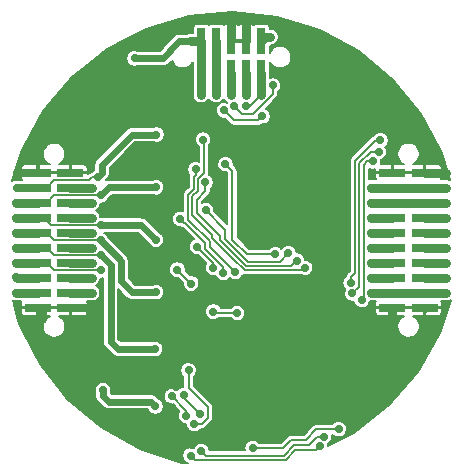
<source format=gbl>
G04 #@! TF.GenerationSoftware,KiCad,Pcbnew,no-vcs-found-d3b382c~59~ubuntu16.04.1*
G04 #@! TF.CreationDate,2017-07-27T00:58:42+01:00*
G04 #@! TF.ProjectId,DCDC-3V,444344432D33562E6B696361645F7063,1*
G04 #@! TF.SameCoordinates,Original
G04 #@! TF.FileFunction,Copper,L2,Bot,Signal*
G04 #@! TF.FilePolarity,Positive*
%FSLAX46Y46*%
G04 Gerber Fmt 4.6, Leading zero omitted, Abs format (unit mm)*
G04 Created by KiCad (PCBNEW no-vcs-found-d3b382c~59~ubuntu16.04.1) date Thu Jul 27 00:58:42 2017*
%MOMM*%
%LPD*%
G01*
G04 APERTURE LIST*
%ADD10C,0.800000*%
%ADD11R,2.220000X0.740000*%
%ADD12R,0.740000X2.220000*%
%ADD13C,0.300000*%
%ADD14C,0.700000*%
%ADD15C,0.600000*%
%ADD16C,0.740000*%
%ADD17C,0.700000*%
%ADD18C,0.400000*%
%ADD19C,0.600000*%
%ADD20C,0.200000*%
%ADD21C,0.160000*%
G04 APERTURE END LIST*
D10*
X99505000Y-109120000D03*
X99505000Y-110390000D03*
X99505000Y-111660000D03*
X99505000Y-112930000D03*
X99505000Y-114200000D03*
X99505000Y-115470000D03*
X100775000Y-109120000D03*
X100775000Y-110390000D03*
X100775000Y-111660000D03*
X100775000Y-112930000D03*
X100775000Y-114200000D03*
X100775000Y-115470000D03*
X102045000Y-109120000D03*
X102045000Y-110390000D03*
X102045000Y-111660000D03*
X102045000Y-112930000D03*
X102045000Y-114200000D03*
X102045000Y-115470000D03*
X103315000Y-109120000D03*
X103315000Y-110390000D03*
X103315000Y-111660000D03*
X103315000Y-112930000D03*
X103315000Y-114200000D03*
X103315000Y-115470000D03*
X104585000Y-109120000D03*
X104585000Y-110390000D03*
X104585000Y-111660000D03*
X104585000Y-112930000D03*
X104585000Y-114200000D03*
X104585000Y-115470000D03*
X105855000Y-109120000D03*
X105855000Y-110390000D03*
X105855000Y-111660000D03*
X105855000Y-112930000D03*
X105855000Y-114200000D03*
X105855000Y-115470000D03*
X101675000Y-92665000D03*
X101675000Y-93935000D03*
X101675000Y-95205000D03*
X101675000Y-96475000D03*
X101675000Y-97745000D03*
X101675000Y-99015000D03*
X102945000Y-92665000D03*
X102945000Y-93935000D03*
X102945000Y-95205000D03*
X102945000Y-96475000D03*
X102945000Y-97745000D03*
X102945000Y-99015000D03*
X104215000Y-92665000D03*
X104215000Y-93935000D03*
X104215000Y-95205000D03*
X104215000Y-96475000D03*
X104215000Y-97745000D03*
X104215000Y-99015000D03*
X105485000Y-92665000D03*
X105485000Y-93935000D03*
X105485000Y-95205000D03*
X105485000Y-96475000D03*
X105485000Y-97745000D03*
X105485000Y-99015000D03*
X106755000Y-92665000D03*
X106755000Y-93935000D03*
X106755000Y-95205000D03*
X106755000Y-96475000D03*
X106755000Y-97745000D03*
X106755000Y-99015000D03*
X108025000Y-92665000D03*
X108025000Y-93935000D03*
X108025000Y-95205000D03*
X108025000Y-96475000D03*
X108025000Y-97745000D03*
X108025000Y-99015000D03*
D11*
X113635000Y-94285000D03*
X116365000Y-94285000D03*
X113635000Y-95555000D03*
X116365000Y-95555000D03*
X113635000Y-96825000D03*
X116365000Y-96825000D03*
X113635000Y-98095000D03*
X116365000Y-98095000D03*
X113635000Y-99365000D03*
X116365000Y-99365000D03*
X113635000Y-100635000D03*
X116365000Y-100635000D03*
X113635000Y-101905000D03*
X116365000Y-101905000D03*
X113635000Y-103175000D03*
X116365000Y-103175000D03*
X113635000Y-104445000D03*
X116365000Y-104445000D03*
X113635000Y-105715000D03*
X116365000Y-105715000D03*
X83635000Y-94285000D03*
X86365000Y-94285000D03*
X83635000Y-95555000D03*
X86365000Y-95555000D03*
X83635000Y-96825000D03*
X86365000Y-96825000D03*
X83635000Y-98095000D03*
X86365000Y-98095000D03*
X83635000Y-99365000D03*
X86365000Y-99365000D03*
X83635000Y-100635000D03*
X86365000Y-100635000D03*
X83635000Y-101905000D03*
X86365000Y-101905000D03*
X83635000Y-103175000D03*
X86365000Y-103175000D03*
X83635000Y-104445000D03*
X86365000Y-104445000D03*
X83635000Y-105715000D03*
X86365000Y-105715000D03*
D12*
X97460000Y-85865000D03*
X97460000Y-83135000D03*
X98730000Y-85865000D03*
X98730000Y-83135000D03*
X100000000Y-85865000D03*
X100000000Y-83135000D03*
X101270000Y-85865000D03*
X101270000Y-83135000D03*
X102540000Y-85865000D03*
X102540000Y-83135000D03*
D13*
X91400000Y-87349999D03*
X92600000Y-87349999D03*
X91400000Y-86149999D03*
X92600000Y-86149999D03*
D14*
X87350000Y-109575000D03*
D15*
X107300000Y-86750000D03*
D14*
X95300000Y-112400000D03*
X95450000Y-116775000D03*
X95600000Y-105950000D03*
X95675000Y-101575000D03*
X95650000Y-97250000D03*
X95500000Y-92800000D03*
X110250000Y-91475000D03*
X90310000Y-84280000D03*
X94970000Y-85370000D03*
X94210000Y-82220000D03*
X108925000Y-109000000D03*
X113900000Y-93300000D03*
X116700000Y-106700000D03*
X84000000Y-106700000D03*
X113640000Y-106660000D03*
X118180000Y-94290000D03*
X86700000Y-93300000D03*
X88180000Y-105720000D03*
X81820000Y-94290000D03*
X100000000Y-81320000D03*
X101270000Y-81320000D03*
X91800000Y-84610000D03*
X96575000Y-83150000D03*
X97450000Y-87700000D03*
X88180000Y-95550000D03*
X93625000Y-95525000D03*
X88925000Y-96200000D03*
X81800000Y-96850000D03*
X88180000Y-96830000D03*
X93625000Y-99975000D03*
X88925000Y-98725000D03*
X81800000Y-98100000D03*
X93625000Y-104400000D03*
X88925000Y-100000000D03*
X81800000Y-99350000D03*
X88165000Y-99365000D03*
X93550000Y-109225000D03*
X88959990Y-101265010D03*
X81800000Y-100650000D03*
X88185000Y-100635000D03*
X88175000Y-103175000D03*
X81800000Y-104450000D03*
X88200000Y-104450000D03*
X88180000Y-98100000D03*
X98730000Y-87680000D03*
X98475000Y-106050000D03*
X100475000Y-106175000D03*
X99500000Y-93550000D03*
X99375000Y-89000000D03*
X102625000Y-89500000D03*
X103725000Y-101200000D03*
X109075000Y-116000000D03*
X101800000Y-117625000D03*
X111820000Y-95550000D03*
X118180000Y-95560000D03*
X111820000Y-96830000D03*
X118180000Y-96830000D03*
X111820000Y-98090000D03*
X118180000Y-98090000D03*
X118180000Y-99360000D03*
X118180000Y-100630000D03*
X111820000Y-101900000D03*
X118180000Y-101900000D03*
X111820000Y-103180000D03*
X118180000Y-103180000D03*
X111820000Y-104440000D03*
X118180000Y-104440000D03*
X111820000Y-99360000D03*
X111820000Y-100640000D03*
X93650000Y-91050000D03*
X88700000Y-94675000D03*
X81820000Y-95560000D03*
X88200000Y-101900000D03*
X111025000Y-105075000D03*
X111975000Y-93325000D03*
X101270000Y-87690000D03*
X110250000Y-104500000D03*
X112475000Y-92500000D03*
X101250000Y-88650000D03*
X102540000Y-87690000D03*
X112625000Y-91525000D03*
X110100000Y-103625000D03*
X100250000Y-88650000D03*
X103525000Y-86900000D03*
X103300000Y-82800000D03*
X106250000Y-102350000D03*
X97600000Y-91475000D03*
X100300000Y-102700000D03*
X96975000Y-94000000D03*
X95650000Y-98200000D03*
X99325000Y-102750000D03*
X96600000Y-103680021D03*
X95425000Y-102500000D03*
X105525000Y-101725000D03*
X97800000Y-95100000D03*
X97825000Y-97450000D03*
X104825000Y-101100000D03*
X98450000Y-102350000D03*
X97100000Y-100550000D03*
X100000000Y-87680000D03*
X96850000Y-115575000D03*
X96375000Y-111025000D03*
X97450000Y-117850000D03*
X96175000Y-114875000D03*
X94955901Y-113209099D03*
X107825000Y-116650000D03*
X107475648Y-117455025D03*
X96550000Y-118250000D03*
X97325000Y-114725000D03*
X95950000Y-113100000D03*
X89125000Y-112700000D03*
X93575000Y-114075000D03*
X88925000Y-102550000D03*
X81800000Y-101900000D03*
X81800000Y-103150000D03*
D16*
X84000000Y-106700000D02*
X84000000Y-106080000D01*
X84000000Y-106080000D02*
X83635000Y-105715000D01*
X113635000Y-105715000D02*
X113635000Y-106655000D01*
X113635000Y-106655000D02*
X113640000Y-106660000D01*
X116370000Y-105720000D02*
X116365000Y-105715000D01*
X116365000Y-94285000D02*
X118175000Y-94285000D01*
X118175000Y-94285000D02*
X118180000Y-94290000D01*
D17*
X88180000Y-105720000D02*
X86370000Y-105720000D01*
D18*
X86370000Y-105720000D02*
X86365000Y-105715000D01*
D17*
X83635000Y-94285000D02*
X81825000Y-94285000D01*
D18*
X81825000Y-94285000D02*
X81820000Y-94290000D01*
X83630000Y-105720000D02*
X83635000Y-105715000D01*
D16*
X100000000Y-83135000D02*
X100000000Y-81320000D01*
X101270000Y-81320000D02*
X101270000Y-83135000D01*
D19*
X91800000Y-84610000D02*
X94220000Y-84610000D01*
X94220000Y-84610000D02*
X94810000Y-84020000D01*
X94810000Y-84020000D02*
X94810000Y-83910000D01*
X94810000Y-83910000D02*
X95570000Y-83150000D01*
X95570000Y-83150000D02*
X96575000Y-83150000D01*
D16*
X97460000Y-83135000D02*
X96590000Y-83135000D01*
X96590000Y-83135000D02*
X96575000Y-83150000D01*
X97460000Y-85865000D02*
X97460000Y-87690000D01*
X97460000Y-87690000D02*
X97450000Y-87700000D01*
X97460000Y-83135000D02*
X97460000Y-85865000D01*
X86365000Y-95555000D02*
X88175000Y-95555000D01*
D18*
X88175000Y-95555000D02*
X88180000Y-95550000D01*
D19*
X88925000Y-96200000D02*
X89600000Y-95525000D01*
X89600000Y-95525000D02*
X93625000Y-95525000D01*
D20*
X83635000Y-96825000D02*
X84375000Y-96825000D01*
X84375000Y-96825000D02*
X85005001Y-96194999D01*
X85005001Y-96194999D02*
X88425025Y-96194999D01*
X88425025Y-96194999D02*
X88430026Y-96200000D01*
X88430026Y-96200000D02*
X88925000Y-96200000D01*
D16*
X83635000Y-96825000D02*
X81825000Y-96825000D01*
X81825000Y-96825000D02*
X81800000Y-96850000D01*
X88180000Y-96830000D02*
X86370000Y-96830000D01*
D18*
X86370000Y-96830000D02*
X86365000Y-96825000D01*
D19*
X88925000Y-98725000D02*
X92375000Y-98725000D01*
X92375000Y-98725000D02*
X93625000Y-99975000D01*
D20*
X88415001Y-98734999D02*
X88425000Y-98725000D01*
X88425000Y-98725000D02*
X88925000Y-98725000D01*
X84709999Y-98734999D02*
X88415001Y-98734999D01*
X84070000Y-98095000D02*
X84709999Y-98734999D01*
X83635000Y-98095000D02*
X84070000Y-98095000D01*
D16*
X81800000Y-98100000D02*
X83630000Y-98100000D01*
X83630000Y-98100000D02*
X83635000Y-98095000D01*
D19*
X90650000Y-103475000D02*
X91575000Y-104400000D01*
X91575000Y-104400000D02*
X93625000Y-104400000D01*
X90650000Y-101725000D02*
X90650000Y-103475000D01*
X88925000Y-100000000D02*
X90650000Y-101725000D01*
D20*
X83635000Y-99365000D02*
X84375000Y-99365000D01*
X84375000Y-99365000D02*
X85010000Y-100000000D01*
X85010000Y-100000000D02*
X88925000Y-100000000D01*
D16*
X83635000Y-99365000D02*
X81815000Y-99365000D01*
X81815000Y-99365000D02*
X81800000Y-99350000D01*
X86365000Y-99365000D02*
X88165000Y-99365000D01*
D19*
X89775000Y-108600000D02*
X90400000Y-109225000D01*
X90400000Y-109225000D02*
X93550000Y-109225000D01*
X88959990Y-101265010D02*
X89775000Y-102080020D01*
X89775000Y-102080020D02*
X89775000Y-108600000D01*
D20*
X88959990Y-101265010D02*
X85014972Y-101265010D01*
X85014972Y-101265010D02*
X85009991Y-101269991D01*
X83635000Y-100635000D02*
X84375000Y-100635000D01*
X84375000Y-100635000D02*
X85009991Y-101269991D01*
D16*
X83635000Y-100635000D02*
X81815000Y-100635000D01*
X81815000Y-100635000D02*
X81800000Y-100650000D01*
X86365000Y-100635000D02*
X88185000Y-100635000D01*
X86365000Y-103175000D02*
X88175000Y-103175000D01*
X83635000Y-104445000D02*
X81805000Y-104445000D01*
X81805000Y-104445000D02*
X81800000Y-104450000D01*
X86365000Y-104445000D02*
X88195000Y-104445000D01*
X88195000Y-104445000D02*
X88200000Y-104450000D01*
X86365000Y-98095000D02*
X88175000Y-98095000D01*
D18*
X88175000Y-98095000D02*
X88180000Y-98100000D01*
D16*
X98725000Y-83130000D02*
X98730000Y-83135000D01*
X98730000Y-85865000D02*
X98730000Y-83135000D01*
X98730000Y-87680000D02*
X98730000Y-85865000D01*
D20*
X101800000Y-117625000D02*
X104350000Y-117625000D01*
X104350000Y-117625000D02*
X105075000Y-116900000D01*
X105075000Y-116900000D02*
X106300000Y-116900000D01*
X106300000Y-116900000D02*
X107200000Y-116000000D01*
X107200000Y-116000000D02*
X109075000Y-116000000D01*
X100475000Y-106175000D02*
X98600000Y-106175000D01*
X98600000Y-106175000D02*
X98475000Y-106050000D01*
X100075000Y-99950000D02*
X101325000Y-101200000D01*
X101325000Y-101200000D02*
X103725000Y-101200000D01*
X100075000Y-94125000D02*
X100075000Y-99950000D01*
X99500000Y-93550000D02*
X100075000Y-94125000D01*
X102625000Y-89500000D02*
X102275001Y-89849999D01*
X102275001Y-89849999D02*
X100224999Y-89849999D01*
X100224999Y-89849999D02*
X99375000Y-89000000D01*
D16*
X111820000Y-95550000D02*
X113630000Y-95550000D01*
X113630000Y-95550000D02*
X113635000Y-95555000D01*
X116365000Y-95555000D02*
X113635000Y-95555000D01*
X118180000Y-95560000D02*
X116370000Y-95560000D01*
X116370000Y-95560000D02*
X116365000Y-95555000D01*
X113635000Y-96825000D02*
X111825000Y-96825000D01*
X111825000Y-96825000D02*
X111820000Y-96830000D01*
X113635000Y-96825000D02*
X116365000Y-96825000D01*
X116365000Y-96825000D02*
X118175000Y-96825000D01*
X118175000Y-96825000D02*
X118180000Y-96830000D01*
X111820000Y-98090000D02*
X113630000Y-98090000D01*
X118180000Y-98090000D02*
X116370000Y-98090000D01*
X116370000Y-98090000D02*
X116365000Y-98095000D01*
X116365000Y-99365000D02*
X118175000Y-99365000D01*
X118175000Y-99365000D02*
X118180000Y-99360000D01*
X118180000Y-100630000D02*
X116370000Y-100630000D01*
X116370000Y-100630000D02*
X116365000Y-100635000D01*
X111820000Y-101900000D02*
X113630000Y-101900000D01*
X116365000Y-101905000D02*
X118175000Y-101905000D01*
X118175000Y-101905000D02*
X118180000Y-101900000D01*
X111820000Y-103180000D02*
X113630000Y-103180000D01*
X113630000Y-103180000D02*
X113635000Y-103175000D01*
X118180000Y-103180000D02*
X116370000Y-103180000D01*
X116370000Y-103180000D02*
X116365000Y-103175000D01*
X111820000Y-104440000D02*
X113630000Y-104440000D01*
X113630000Y-104440000D02*
X113635000Y-104445000D01*
X116365000Y-104445000D02*
X113635000Y-104445000D01*
X116365000Y-104445000D02*
X118175000Y-104445000D01*
X118175000Y-104445000D02*
X118180000Y-104440000D01*
X111820000Y-99360000D02*
X113630000Y-99360000D01*
X111820000Y-100640000D02*
X113630000Y-100640000D01*
X113630000Y-100640000D02*
X113635000Y-100635000D01*
D19*
X89049999Y-93600001D02*
X91600000Y-91050000D01*
X91600000Y-91050000D02*
X93650000Y-91050000D01*
X88700000Y-94675000D02*
X89049999Y-94325001D01*
X89049999Y-94325001D02*
X89049999Y-93600001D01*
D20*
X83635000Y-95555000D02*
X84375000Y-95555000D01*
X84375000Y-95555000D02*
X85005010Y-94924990D01*
X85005010Y-94924990D02*
X87955036Y-94924990D01*
X87955036Y-94924990D02*
X88205026Y-94675000D01*
X88205026Y-94675000D02*
X88700000Y-94675000D01*
D17*
X81820000Y-95560000D02*
X83630000Y-95560000D01*
D18*
X83630000Y-95560000D02*
X83635000Y-95555000D01*
D16*
X86365000Y-101905000D02*
X88195000Y-101905000D01*
X88195000Y-101905000D02*
X88200000Y-101900000D01*
D20*
X111189991Y-93615035D02*
X111189991Y-104685009D01*
X111025000Y-105075000D02*
X111025000Y-104850000D01*
X111025000Y-104850000D02*
X111189991Y-104685009D01*
X111975000Y-93325000D02*
X111480026Y-93325000D01*
X111480026Y-93325000D02*
X111189991Y-93615035D01*
D16*
X101270000Y-87690000D02*
X101270000Y-85865000D01*
D20*
X110829981Y-103920019D02*
X110829981Y-93452217D01*
X110250000Y-104500000D02*
X110829981Y-103920019D01*
X111782198Y-92500000D02*
X112475000Y-92500000D01*
X110829981Y-93452217D02*
X111782198Y-92500000D01*
X101250000Y-88650000D02*
X101580000Y-88650000D01*
X101580000Y-88650000D02*
X102540000Y-87690000D01*
D16*
X102540000Y-85865000D02*
X102540000Y-87690000D01*
D20*
X110469971Y-93303096D02*
X110725000Y-93048068D01*
X112625000Y-91525000D02*
X112248067Y-91525000D01*
X112248067Y-91525000D02*
X110725000Y-93048067D01*
X110725000Y-93048067D02*
X110725000Y-93048068D01*
X110100000Y-103625000D02*
X110100000Y-103130026D01*
X110100000Y-103130026D02*
X110469971Y-102760055D01*
X110469971Y-102760055D02*
X110469971Y-93303096D01*
X101845968Y-89275000D02*
X100875000Y-89275000D01*
X100875000Y-89275000D02*
X100250000Y-88650000D01*
X103525000Y-86900000D02*
X103525000Y-87595968D01*
X103525000Y-87595968D02*
X101845968Y-89275000D01*
D16*
X103300000Y-82800000D02*
X102875000Y-82800000D01*
X102875000Y-82800000D02*
X102540000Y-83135000D01*
D21*
X102540000Y-83875000D02*
X102540000Y-83135000D01*
D20*
X101127629Y-102530021D02*
X106069979Y-102530021D01*
X106069979Y-102530021D02*
X106250000Y-102350000D01*
X97697198Y-94300000D02*
X97697198Y-91572198D01*
X97697198Y-91572198D02*
X97600000Y-91475000D01*
X96704989Y-96295011D02*
X97189999Y-95810001D01*
X97189999Y-95810001D02*
X97189999Y-94807199D01*
X97189999Y-94807199D02*
X97697198Y-94300000D01*
X98400000Y-99536932D02*
X96704989Y-97841922D01*
X96704989Y-97841922D02*
X96704989Y-96295011D01*
X100150000Y-101552391D02*
X98400000Y-99802391D01*
X98400000Y-99802391D02*
X98400000Y-99536932D01*
X101127629Y-102530021D02*
X100150000Y-101552391D01*
X98175000Y-100105026D02*
X98175000Y-100575000D01*
X98175000Y-100575000D02*
X100300000Y-102700000D01*
X98175000Y-100105026D02*
X96344979Y-98275005D01*
X96975000Y-94513068D02*
X96975000Y-94000000D01*
X96829989Y-94658079D02*
X96975000Y-94513068D01*
X96344979Y-98275005D02*
X96344979Y-96145891D01*
X96344979Y-96145891D02*
X96829989Y-95660881D01*
X96829989Y-95660881D02*
X96829989Y-94658079D01*
X95650000Y-98200000D02*
X95999999Y-98549999D01*
X95999999Y-98549999D02*
X96110843Y-98549999D01*
X96110843Y-98549999D02*
X97800000Y-100239156D01*
X97800000Y-100709130D02*
X97800000Y-100239156D01*
X99325000Y-102750000D02*
X99325000Y-102234130D01*
X99325000Y-102234130D02*
X97800000Y-100709130D01*
X95425000Y-102500000D02*
X95425000Y-102505021D01*
X95425000Y-102505021D02*
X96600000Y-103680021D01*
X101276750Y-102170011D02*
X105079989Y-102170011D01*
X105079989Y-102170011D02*
X105525000Y-101725000D01*
X97064999Y-96585001D02*
X97800000Y-95850000D01*
X97800000Y-95850000D02*
X97800000Y-95100000D01*
X99050000Y-99943261D02*
X99050000Y-99677802D01*
X99050000Y-99677802D02*
X97064999Y-97692801D01*
X97064999Y-97692801D02*
X97064999Y-96585001D01*
X101276750Y-102170011D02*
X99050000Y-99943261D01*
X99478066Y-99862196D02*
X101425871Y-101810001D01*
X99478066Y-99103066D02*
X99478066Y-99862196D01*
X99478066Y-99103066D02*
X97825000Y-97450000D01*
X101425871Y-101810001D02*
X104114999Y-101810001D01*
X104114999Y-101810001D02*
X104825000Y-101100000D01*
X97100000Y-100550000D02*
X98450000Y-101900000D01*
X98450000Y-101900000D02*
X98450000Y-102350000D01*
D16*
X100000000Y-85865000D02*
X100000000Y-87680000D01*
D20*
X98025000Y-115025000D02*
X97475000Y-115575000D01*
X97475000Y-115575000D02*
X96850000Y-115575000D01*
X98025000Y-114150000D02*
X98025000Y-115025000D01*
X96375000Y-112500000D02*
X98025000Y-114150000D01*
X96375000Y-111025000D02*
X96375000Y-112500000D01*
X106550000Y-117375000D02*
X107275000Y-116650000D01*
X107275000Y-116650000D02*
X107825000Y-116650000D01*
X105300000Y-117375000D02*
X106550000Y-117375000D01*
X104439999Y-118235001D02*
X105300000Y-117375000D01*
X97450000Y-117850000D02*
X97835001Y-118235001D01*
X97835001Y-118235001D02*
X104439999Y-118235001D01*
X94955901Y-113209099D02*
X96175000Y-114428198D01*
X96175000Y-114428198D02*
X96175000Y-114875000D01*
X96550000Y-118250000D02*
X96899999Y-118599999D01*
X96899999Y-118599999D02*
X102725001Y-118599999D01*
X102725001Y-118599999D02*
X102729990Y-118595010D01*
X104589120Y-118595010D02*
X105409130Y-117775000D01*
X104589120Y-118595010D02*
X102729990Y-118595010D01*
X105409130Y-117775000D02*
X107155673Y-117775000D01*
X107155673Y-117775000D02*
X107475648Y-117455025D01*
X97325000Y-114725000D02*
X95950000Y-113350000D01*
X95950000Y-113350000D02*
X95950000Y-113100000D01*
D19*
X90475000Y-113675000D02*
X93175000Y-113675000D01*
X89125000Y-112700000D02*
X89125000Y-113194974D01*
X89125000Y-113194974D02*
X89605026Y-113675000D01*
X89605026Y-113675000D02*
X90475000Y-113675000D01*
X93175000Y-113675000D02*
X93575000Y-114075000D01*
D20*
X83635000Y-101905000D02*
X84375000Y-101905000D01*
X84375000Y-101905000D02*
X85005010Y-102535010D01*
X85005010Y-102535010D02*
X88910010Y-102535010D01*
X88910010Y-102535010D02*
X88925000Y-102550000D01*
D16*
X83635000Y-101905000D02*
X81805000Y-101905000D01*
X81805000Y-101905000D02*
X81800000Y-101900000D01*
X83635000Y-103175000D02*
X81825000Y-103175000D01*
X81825000Y-103175000D02*
X81800000Y-103150000D01*
D20*
G36*
X103880804Y-81094198D02*
X107479051Y-82208041D01*
X110792423Y-83999575D01*
X113694715Y-86400560D01*
X116075380Y-89319543D01*
X117843738Y-92645342D01*
X118535920Y-94937960D01*
X118463638Y-94898223D01*
X118329696Y-94855734D01*
X118190053Y-94840070D01*
X118180000Y-94840000D01*
X117772328Y-94840000D01*
X117785166Y-94820787D01*
X117811550Y-94757091D01*
X117825000Y-94689472D01*
X117825000Y-94422500D01*
X117737500Y-94335000D01*
X116415000Y-94335000D01*
X116415000Y-94355000D01*
X116315000Y-94355000D01*
X116315000Y-94335000D01*
X113685000Y-94335000D01*
X113685000Y-94355000D01*
X113585000Y-94355000D01*
X113585000Y-94335000D01*
X112262500Y-94335000D01*
X112175000Y-94422500D01*
X112175000Y-94689472D01*
X112188450Y-94757091D01*
X112214834Y-94820787D01*
X112220990Y-94830000D01*
X111820000Y-94830000D01*
X111680151Y-94843712D01*
X111639991Y-94855837D01*
X111639991Y-93942560D01*
X111757641Y-93993961D01*
X111891716Y-94023439D01*
X112028963Y-94026314D01*
X112164155Y-94002476D01*
X112175000Y-93998269D01*
X112175000Y-94147500D01*
X112262500Y-94235000D01*
X113585000Y-94235000D01*
X113585000Y-93652500D01*
X113685000Y-93652500D01*
X113685000Y-94235000D01*
X116315000Y-94235000D01*
X116315000Y-93652500D01*
X116415000Y-93652500D01*
X116415000Y-94235000D01*
X117737500Y-94235000D01*
X117825000Y-94147500D01*
X117825000Y-93880528D01*
X117811550Y-93812909D01*
X117785166Y-93749213D01*
X117746863Y-93691888D01*
X117698112Y-93643137D01*
X117640787Y-93604834D01*
X117577091Y-93578450D01*
X117509472Y-93565000D01*
X116502500Y-93565000D01*
X116415000Y-93652500D01*
X116315000Y-93652500D01*
X116227500Y-93565000D01*
X115384154Y-93565000D01*
X115430406Y-93547060D01*
X115587709Y-93447233D01*
X115722625Y-93318753D01*
X115830017Y-93166515D01*
X115905794Y-92996318D01*
X115947070Y-92814643D01*
X115950041Y-92601848D01*
X115913854Y-92419091D01*
X115842859Y-92246844D01*
X115739760Y-92091667D01*
X115608483Y-91959470D01*
X115454029Y-91855290D01*
X115282282Y-91783094D01*
X115099783Y-91745632D01*
X114913482Y-91744332D01*
X114730478Y-91779242D01*
X114557739Y-91849033D01*
X114401846Y-91951046D01*
X114268736Y-92081397D01*
X114163480Y-92235119D01*
X114090087Y-92406359D01*
X114051352Y-92588592D01*
X114048751Y-92774879D01*
X114082382Y-92958123D01*
X114150966Y-93131344D01*
X114251889Y-93287946D01*
X114381307Y-93421962D01*
X114534291Y-93528289D01*
X114618319Y-93565000D01*
X113772500Y-93565000D01*
X113685000Y-93652500D01*
X113585000Y-93652500D01*
X113497500Y-93565000D01*
X112634423Y-93565000D01*
X112642427Y-93547023D01*
X112672841Y-93413158D01*
X112675030Y-93256361D01*
X112659570Y-93178284D01*
X112664155Y-93177476D01*
X112792141Y-93127833D01*
X112908048Y-93054277D01*
X113007460Y-92959608D01*
X113086591Y-92847432D01*
X113142427Y-92722023D01*
X113172841Y-92588158D01*
X113175030Y-92431361D01*
X113148366Y-92296699D01*
X113096054Y-92169780D01*
X113042486Y-92089153D01*
X113058048Y-92079277D01*
X113157460Y-91984608D01*
X113236591Y-91872432D01*
X113292427Y-91747023D01*
X113322841Y-91613158D01*
X113325030Y-91456361D01*
X113298366Y-91321699D01*
X113246054Y-91194780D01*
X113170086Y-91080439D01*
X113073356Y-90983031D01*
X112959548Y-90906267D01*
X112832997Y-90853070D01*
X112698524Y-90825466D01*
X112561250Y-90824508D01*
X112426405Y-90850231D01*
X112299124Y-90901656D01*
X112184255Y-90976824D01*
X112086174Y-91072872D01*
X112052814Y-91121593D01*
X112039834Y-91128495D01*
X112002980Y-91147599D01*
X112001136Y-91149071D01*
X111999041Y-91150185D01*
X111966791Y-91176488D01*
X111934343Y-91202390D01*
X111931049Y-91205638D01*
X111930982Y-91205693D01*
X111930931Y-91205755D01*
X111929869Y-91206802D01*
X110406802Y-92729869D01*
X110406797Y-92729875D01*
X110151774Y-92984897D01*
X110125412Y-93016991D01*
X110098670Y-93048861D01*
X110097530Y-93050935D01*
X110096029Y-93052762D01*
X110076377Y-93089411D01*
X110056360Y-93125822D01*
X110055646Y-93128074D01*
X110054526Y-93130162D01*
X110042353Y-93169979D01*
X110029805Y-93209536D01*
X110029542Y-93211883D01*
X110028849Y-93214149D01*
X110024646Y-93255530D01*
X110020015Y-93296813D01*
X110019983Y-93301439D01*
X110019974Y-93301524D01*
X110019981Y-93301603D01*
X110019971Y-93303096D01*
X110019971Y-102573659D01*
X109781802Y-102811828D01*
X109755432Y-102843931D01*
X109728699Y-102875791D01*
X109727559Y-102877864D01*
X109726057Y-102879693D01*
X109706407Y-102916340D01*
X109686389Y-102952752D01*
X109685674Y-102955006D01*
X109684555Y-102957093D01*
X109672390Y-102996883D01*
X109659834Y-103036466D01*
X109659571Y-103038815D01*
X109658878Y-103041080D01*
X109654805Y-103081182D01*
X109561174Y-103172872D01*
X109483617Y-103286141D01*
X109429538Y-103412317D01*
X109400997Y-103546594D01*
X109399080Y-103683858D01*
X109423861Y-103818880D01*
X109474396Y-103946517D01*
X109548760Y-104061907D01*
X109638169Y-104154493D01*
X109633617Y-104161141D01*
X109579538Y-104287317D01*
X109550997Y-104421594D01*
X109549080Y-104558858D01*
X109573861Y-104693880D01*
X109624396Y-104821517D01*
X109698760Y-104936907D01*
X109794121Y-105035656D01*
X109906846Y-105114002D01*
X110032641Y-105168961D01*
X110166716Y-105198439D01*
X110303963Y-105201314D01*
X110335442Y-105195763D01*
X110348861Y-105268880D01*
X110399396Y-105396517D01*
X110473760Y-105511907D01*
X110569121Y-105610656D01*
X110681846Y-105689002D01*
X110807641Y-105743961D01*
X110941716Y-105773439D01*
X111078963Y-105776314D01*
X111214155Y-105752476D01*
X111342141Y-105702833D01*
X111458048Y-105629277D01*
X111557460Y-105534608D01*
X111636591Y-105422432D01*
X111692427Y-105297023D01*
X111722841Y-105163158D01*
X111723022Y-105150179D01*
X111809947Y-105159930D01*
X111820000Y-105160000D01*
X112227672Y-105160000D01*
X112214834Y-105179213D01*
X112188450Y-105242909D01*
X112175000Y-105310528D01*
X112175000Y-105577500D01*
X112262500Y-105665000D01*
X113585000Y-105665000D01*
X113585000Y-105645000D01*
X113685000Y-105645000D01*
X113685000Y-105665000D01*
X116315000Y-105665000D01*
X116315000Y-105645000D01*
X116415000Y-105645000D01*
X116415000Y-105665000D01*
X117737500Y-105665000D01*
X117825000Y-105577500D01*
X117825000Y-105310528D01*
X117811550Y-105242909D01*
X117785166Y-105179213D01*
X117775669Y-105165000D01*
X118175000Y-105165000D01*
X118241203Y-105158509D01*
X118307445Y-105152713D01*
X118311077Y-105151658D01*
X118314849Y-105151288D01*
X118378586Y-105132044D01*
X118442385Y-105113509D01*
X118445743Y-105111768D01*
X118449371Y-105110673D01*
X118508145Y-105079422D01*
X118562445Y-105051276D01*
X117631427Y-107850017D01*
X115770897Y-111125144D01*
X113309657Y-113976517D01*
X110341457Y-116295529D01*
X108175634Y-117389565D01*
X108175678Y-117386386D01*
X108152839Y-117271044D01*
X108258048Y-117204277D01*
X108357460Y-117109608D01*
X108436591Y-116997432D01*
X108492427Y-116872023D01*
X108522841Y-116738158D01*
X108525030Y-116581361D01*
X108499020Y-116450000D01*
X108536404Y-116450000D01*
X108619121Y-116535656D01*
X108731846Y-116614002D01*
X108857641Y-116668961D01*
X108991716Y-116698439D01*
X109128963Y-116701314D01*
X109264155Y-116677476D01*
X109392141Y-116627833D01*
X109508048Y-116554277D01*
X109607460Y-116459608D01*
X109686591Y-116347432D01*
X109742427Y-116222023D01*
X109772841Y-116088158D01*
X109775030Y-115931361D01*
X109748366Y-115796699D01*
X109696054Y-115669780D01*
X109620086Y-115555439D01*
X109523356Y-115458031D01*
X109409548Y-115381267D01*
X109282997Y-115328070D01*
X109148524Y-115300466D01*
X109011250Y-115299508D01*
X108876405Y-115325231D01*
X108749124Y-115376656D01*
X108634255Y-115451824D01*
X108536174Y-115547872D01*
X108534717Y-115550000D01*
X107200000Y-115550000D01*
X107158661Y-115554053D01*
X107117222Y-115557679D01*
X107114950Y-115558339D01*
X107112595Y-115558570D01*
X107072810Y-115570582D01*
X107032884Y-115582181D01*
X107030783Y-115583270D01*
X107028518Y-115583954D01*
X106991788Y-115603484D01*
X106954912Y-115622599D01*
X106953066Y-115624073D01*
X106950974Y-115625185D01*
X106918746Y-115651470D01*
X106886276Y-115677390D01*
X106882982Y-115680638D01*
X106882915Y-115680693D01*
X106882864Y-115680755D01*
X106881802Y-115681802D01*
X106113604Y-116450000D01*
X105075000Y-116450000D01*
X105033661Y-116454053D01*
X104992222Y-116457679D01*
X104989950Y-116458339D01*
X104987595Y-116458570D01*
X104947796Y-116470586D01*
X104907885Y-116482181D01*
X104905785Y-116483270D01*
X104903518Y-116483954D01*
X104866749Y-116503505D01*
X104829913Y-116522599D01*
X104828069Y-116524071D01*
X104825974Y-116525185D01*
X104793724Y-116551488D01*
X104761276Y-116577390D01*
X104757982Y-116580638D01*
X104757915Y-116580693D01*
X104757864Y-116580755D01*
X104756802Y-116581802D01*
X104163604Y-117175000D01*
X102339685Y-117175000D01*
X102248356Y-117083031D01*
X102134548Y-117006267D01*
X102007997Y-116953070D01*
X101873524Y-116925466D01*
X101736250Y-116924508D01*
X101601405Y-116950231D01*
X101474124Y-117001656D01*
X101359255Y-117076824D01*
X101261174Y-117172872D01*
X101183617Y-117286141D01*
X101129538Y-117412317D01*
X101100997Y-117546594D01*
X101099080Y-117683858D01*
X101117643Y-117785001D01*
X98149979Y-117785001D01*
X98150030Y-117781361D01*
X98123366Y-117646699D01*
X98071054Y-117519780D01*
X97995086Y-117405439D01*
X97898356Y-117308031D01*
X97784548Y-117231267D01*
X97657997Y-117178070D01*
X97523524Y-117150466D01*
X97386250Y-117149508D01*
X97251405Y-117175231D01*
X97124124Y-117226656D01*
X97009255Y-117301824D01*
X96911174Y-117397872D01*
X96833617Y-117511141D01*
X96797766Y-117594787D01*
X96757997Y-117578070D01*
X96623524Y-117550466D01*
X96486250Y-117549508D01*
X96351405Y-117575231D01*
X96224124Y-117626656D01*
X96109255Y-117701824D01*
X96011174Y-117797872D01*
X95933617Y-117911141D01*
X95879538Y-118037317D01*
X95850997Y-118171594D01*
X95849080Y-118308858D01*
X95873861Y-118443880D01*
X95924396Y-118571517D01*
X95998760Y-118686907D01*
X96094121Y-118785656D01*
X96206846Y-118864002D01*
X96293909Y-118902039D01*
X95855608Y-118849775D01*
X92273264Y-117685801D01*
X88985228Y-115848180D01*
X86116742Y-113406907D01*
X85603105Y-112758858D01*
X88424080Y-112758858D01*
X88448861Y-112893880D01*
X88475000Y-112959900D01*
X88475000Y-113194974D01*
X88480861Y-113254752D01*
X88486092Y-113314542D01*
X88487045Y-113317824D01*
X88487379Y-113321226D01*
X88504734Y-113378709D01*
X88521484Y-113436363D01*
X88523057Y-113439398D01*
X88524045Y-113442670D01*
X88552244Y-113495705D01*
X88579864Y-113548989D01*
X88581995Y-113551658D01*
X88583601Y-113554679D01*
X88621548Y-113601206D01*
X88659008Y-113648132D01*
X88663698Y-113652887D01*
X88663779Y-113652986D01*
X88663871Y-113653062D01*
X88665381Y-113654593D01*
X89145406Y-114134619D01*
X89191818Y-114172743D01*
X89237797Y-114211324D01*
X89240791Y-114212970D01*
X89243433Y-114215140D01*
X89296371Y-114243525D01*
X89348964Y-114272438D01*
X89352220Y-114273471D01*
X89355234Y-114275087D01*
X89412690Y-114292653D01*
X89469883Y-114310796D01*
X89473277Y-114311177D01*
X89476549Y-114312177D01*
X89536297Y-114318246D01*
X89595951Y-114324937D01*
X89602633Y-114324983D01*
X89602757Y-114324996D01*
X89602873Y-114324985D01*
X89605026Y-114325000D01*
X92905762Y-114325000D01*
X92931121Y-114350360D01*
X92949396Y-114396517D01*
X93023760Y-114511907D01*
X93119121Y-114610656D01*
X93231846Y-114689002D01*
X93357641Y-114743961D01*
X93491716Y-114773439D01*
X93628963Y-114776314D01*
X93764155Y-114752476D01*
X93892141Y-114702833D01*
X94008048Y-114629277D01*
X94107460Y-114534608D01*
X94186591Y-114422432D01*
X94242427Y-114297023D01*
X94272841Y-114163158D01*
X94275030Y-114006361D01*
X94248366Y-113871699D01*
X94196054Y-113744780D01*
X94120086Y-113630439D01*
X94023356Y-113533031D01*
X93909548Y-113456267D01*
X93850818Y-113431579D01*
X93687196Y-113267957D01*
X94254981Y-113267957D01*
X94279762Y-113402979D01*
X94330297Y-113530616D01*
X94404661Y-113646006D01*
X94500022Y-113744755D01*
X94612747Y-113823101D01*
X94738542Y-113878060D01*
X94872617Y-113907538D01*
X95009864Y-113910413D01*
X95019177Y-113908771D01*
X95594354Y-114483948D01*
X95558617Y-114536141D01*
X95504538Y-114662317D01*
X95475997Y-114796594D01*
X95474080Y-114933858D01*
X95498861Y-115068880D01*
X95549396Y-115196517D01*
X95623760Y-115311907D01*
X95719121Y-115410656D01*
X95831846Y-115489002D01*
X95957641Y-115543961D01*
X96091716Y-115573439D01*
X96149907Y-115574658D01*
X96149080Y-115633858D01*
X96173861Y-115768880D01*
X96224396Y-115896517D01*
X96298760Y-116011907D01*
X96394121Y-116110656D01*
X96506846Y-116189002D01*
X96632641Y-116243961D01*
X96766716Y-116273439D01*
X96903963Y-116276314D01*
X97039155Y-116252476D01*
X97167141Y-116202833D01*
X97283048Y-116129277D01*
X97382460Y-116034608D01*
X97389238Y-116025000D01*
X97475000Y-116025000D01*
X97516339Y-116020947D01*
X97557778Y-116017321D01*
X97560050Y-116016661D01*
X97562405Y-116016430D01*
X97602204Y-116004414D01*
X97642115Y-115992819D01*
X97644215Y-115991730D01*
X97646482Y-115991046D01*
X97683251Y-115971495D01*
X97720087Y-115952401D01*
X97721931Y-115950929D01*
X97724026Y-115949815D01*
X97756276Y-115923512D01*
X97788724Y-115897610D01*
X97792018Y-115894362D01*
X97792085Y-115894307D01*
X97792136Y-115894245D01*
X97793198Y-115893198D01*
X98343198Y-115343198D01*
X98369564Y-115311100D01*
X98396301Y-115279235D01*
X98397441Y-115277161D01*
X98398942Y-115275334D01*
X98418583Y-115238704D01*
X98438611Y-115202274D01*
X98439326Y-115200020D01*
X98440445Y-115197933D01*
X98452614Y-115158131D01*
X98465166Y-115118560D01*
X98465429Y-115116213D01*
X98466122Y-115113947D01*
X98470325Y-115072566D01*
X98474956Y-115031283D01*
X98474988Y-115026657D01*
X98474997Y-115026572D01*
X98474990Y-115026493D01*
X98475000Y-115025000D01*
X98475000Y-114150000D01*
X98470942Y-114108611D01*
X98467320Y-114067222D01*
X98466661Y-114064955D01*
X98466430Y-114062595D01*
X98454406Y-114022768D01*
X98442819Y-113982884D01*
X98441730Y-113980783D01*
X98441046Y-113978518D01*
X98421516Y-113941788D01*
X98402401Y-113904912D01*
X98400927Y-113903066D01*
X98399815Y-113900974D01*
X98373505Y-113868715D01*
X98347609Y-113836276D01*
X98344363Y-113832984D01*
X98344307Y-113832915D01*
X98344244Y-113832863D01*
X98343198Y-113831802D01*
X96825000Y-112313604D01*
X96825000Y-111563134D01*
X96907460Y-111484608D01*
X96986591Y-111372432D01*
X97042427Y-111247023D01*
X97072841Y-111113158D01*
X97075030Y-110956361D01*
X97048366Y-110821699D01*
X96996054Y-110694780D01*
X96920086Y-110580439D01*
X96823356Y-110483031D01*
X96709548Y-110406267D01*
X96582997Y-110353070D01*
X96448524Y-110325466D01*
X96311250Y-110324508D01*
X96176405Y-110350231D01*
X96049124Y-110401656D01*
X95934255Y-110476824D01*
X95836174Y-110572872D01*
X95758617Y-110686141D01*
X95704538Y-110812317D01*
X95675997Y-110946594D01*
X95674080Y-111083858D01*
X95698861Y-111218880D01*
X95749396Y-111346517D01*
X95823760Y-111461907D01*
X95919121Y-111560656D01*
X95925000Y-111564742D01*
X95925000Y-112399778D01*
X95886250Y-112399508D01*
X95751405Y-112425231D01*
X95624124Y-112476656D01*
X95509255Y-112551824D01*
X95411174Y-112647872D01*
X95399968Y-112664237D01*
X95290449Y-112590366D01*
X95163898Y-112537169D01*
X95029425Y-112509565D01*
X94892151Y-112508607D01*
X94757306Y-112534330D01*
X94630025Y-112585755D01*
X94515156Y-112660923D01*
X94417075Y-112756971D01*
X94339518Y-112870240D01*
X94285439Y-112996416D01*
X94256898Y-113130693D01*
X94254981Y-113267957D01*
X93687196Y-113267957D01*
X93634619Y-113215381D01*
X93588254Y-113177296D01*
X93542229Y-113138676D01*
X93539231Y-113137028D01*
X93536592Y-113134860D01*
X93483676Y-113106486D01*
X93431062Y-113077562D01*
X93427806Y-113076529D01*
X93424792Y-113074913D01*
X93367336Y-113057347D01*
X93310143Y-113039204D01*
X93306749Y-113038823D01*
X93303477Y-113037823D01*
X93243729Y-113031754D01*
X93184075Y-113025063D01*
X93177393Y-113025017D01*
X93177269Y-113025004D01*
X93177153Y-113025015D01*
X93175000Y-113025000D01*
X89874265Y-113025000D01*
X89785915Y-112936650D01*
X89792427Y-112922023D01*
X89822841Y-112788158D01*
X89825030Y-112631361D01*
X89798366Y-112496699D01*
X89746054Y-112369780D01*
X89670086Y-112255439D01*
X89573356Y-112158031D01*
X89459548Y-112081267D01*
X89332997Y-112028070D01*
X89198524Y-112000466D01*
X89061250Y-111999508D01*
X88926405Y-112025231D01*
X88799124Y-112076656D01*
X88684255Y-112151824D01*
X88586174Y-112247872D01*
X88508617Y-112361141D01*
X88454538Y-112487317D01*
X88425997Y-112621594D01*
X88424080Y-112758858D01*
X85603105Y-112758858D01*
X83777065Y-110454968D01*
X82055314Y-107104804D01*
X81696222Y-105852500D01*
X82175000Y-105852500D01*
X82175000Y-106119472D01*
X82188450Y-106187091D01*
X82214834Y-106250787D01*
X82253137Y-106308112D01*
X82301888Y-106356863D01*
X82359213Y-106395166D01*
X82422909Y-106421550D01*
X82490528Y-106435000D01*
X83497500Y-106435000D01*
X83585000Y-106347500D01*
X83585000Y-105765000D01*
X83685000Y-105765000D01*
X83685000Y-106347500D01*
X83772500Y-106435000D01*
X84617223Y-106435000D01*
X84557739Y-106459033D01*
X84401846Y-106561046D01*
X84268736Y-106691397D01*
X84163480Y-106845119D01*
X84090087Y-107016359D01*
X84051352Y-107198592D01*
X84048751Y-107384879D01*
X84082382Y-107568123D01*
X84150966Y-107741344D01*
X84251889Y-107897946D01*
X84381307Y-108031962D01*
X84534291Y-108138289D01*
X84705013Y-108212876D01*
X84886972Y-108252882D01*
X85073236Y-108256784D01*
X85256710Y-108224432D01*
X85430406Y-108157060D01*
X85587709Y-108057233D01*
X85722625Y-107928753D01*
X85830017Y-107776515D01*
X85905794Y-107606318D01*
X85947070Y-107424643D01*
X85950041Y-107211848D01*
X85913854Y-107029091D01*
X85842859Y-106856844D01*
X85739760Y-106701667D01*
X85608483Y-106569470D01*
X85454029Y-106465290D01*
X85381972Y-106435000D01*
X86227500Y-106435000D01*
X86315000Y-106347500D01*
X86315000Y-105765000D01*
X86415000Y-105765000D01*
X86415000Y-106347500D01*
X86502500Y-106435000D01*
X87509472Y-106435000D01*
X87577091Y-106421550D01*
X87640787Y-106395166D01*
X87698112Y-106356863D01*
X87746863Y-106308112D01*
X87785166Y-106250787D01*
X87811550Y-106187091D01*
X87825000Y-106119472D01*
X87825000Y-105852500D01*
X87737500Y-105765000D01*
X86415000Y-105765000D01*
X86315000Y-105765000D01*
X83685000Y-105765000D01*
X83585000Y-105765000D01*
X82262500Y-105765000D01*
X82175000Y-105852500D01*
X81696222Y-105852500D01*
X81477700Y-105090423D01*
X81518674Y-105112763D01*
X81652763Y-105154785D01*
X81792461Y-105169961D01*
X81849161Y-105165000D01*
X82224331Y-105165000D01*
X82214834Y-105179213D01*
X82188450Y-105242909D01*
X82175000Y-105310528D01*
X82175000Y-105577500D01*
X82262500Y-105665000D01*
X83585000Y-105665000D01*
X83585000Y-105645000D01*
X83685000Y-105645000D01*
X83685000Y-105665000D01*
X86315000Y-105665000D01*
X86315000Y-105645000D01*
X86415000Y-105645000D01*
X86415000Y-105665000D01*
X87737500Y-105665000D01*
X87825000Y-105577500D01*
X87825000Y-105310528D01*
X87811550Y-105242909D01*
X87785166Y-105179213D01*
X87775669Y-105165000D01*
X88148304Y-105165000D01*
X88197487Y-105169996D01*
X88337382Y-105156772D01*
X88472045Y-105116626D01*
X88596346Y-105051090D01*
X88705549Y-104962659D01*
X88795498Y-104854700D01*
X88862763Y-104731326D01*
X88904785Y-104597237D01*
X88919961Y-104457539D01*
X88907713Y-104317555D01*
X88868509Y-104182615D01*
X88803842Y-104057860D01*
X88716176Y-103948041D01*
X88709117Y-103940883D01*
X88704117Y-103935883D01*
X88652715Y-103893661D01*
X88601776Y-103850918D01*
X88598459Y-103849095D01*
X88595533Y-103846691D01*
X88536917Y-103815262D01*
X88517371Y-103804517D01*
X88573442Y-103774703D01*
X88682337Y-103685891D01*
X88771907Y-103577619D01*
X88838741Y-103454011D01*
X88880294Y-103319776D01*
X88887690Y-103249402D01*
X88978963Y-103251314D01*
X89114155Y-103227476D01*
X89125000Y-103223269D01*
X89125000Y-108600000D01*
X89130861Y-108659778D01*
X89136092Y-108719568D01*
X89137045Y-108722850D01*
X89137379Y-108726252D01*
X89154734Y-108783735D01*
X89171484Y-108841389D01*
X89173057Y-108844424D01*
X89174045Y-108847696D01*
X89202244Y-108900731D01*
X89229864Y-108954015D01*
X89231995Y-108956684D01*
X89233601Y-108959705D01*
X89271548Y-109006232D01*
X89309008Y-109053158D01*
X89313698Y-109057913D01*
X89313779Y-109058012D01*
X89313871Y-109058088D01*
X89315381Y-109059619D01*
X89940380Y-109684619D01*
X89986766Y-109722721D01*
X90032771Y-109761324D01*
X90035769Y-109762972D01*
X90038407Y-109765139D01*
X90091306Y-109793504D01*
X90143938Y-109822438D01*
X90147194Y-109823471D01*
X90150208Y-109825087D01*
X90207622Y-109842640D01*
X90264857Y-109860796D01*
X90268256Y-109861177D01*
X90271523Y-109862176D01*
X90331221Y-109868240D01*
X90390925Y-109874937D01*
X90397607Y-109874983D01*
X90397731Y-109874996D01*
X90397847Y-109874985D01*
X90400000Y-109875000D01*
X93289241Y-109875000D01*
X93332641Y-109893961D01*
X93466716Y-109923439D01*
X93603963Y-109926314D01*
X93739155Y-109902476D01*
X93867141Y-109852833D01*
X93983048Y-109779277D01*
X94082460Y-109684608D01*
X94161591Y-109572432D01*
X94217427Y-109447023D01*
X94247841Y-109313158D01*
X94250030Y-109156361D01*
X94223366Y-109021699D01*
X94171054Y-108894780D01*
X94095086Y-108780439D01*
X93998356Y-108683031D01*
X93884548Y-108606267D01*
X93757997Y-108553070D01*
X93623524Y-108525466D01*
X93486250Y-108524508D01*
X93351405Y-108550231D01*
X93290100Y-108575000D01*
X90669239Y-108575000D01*
X90425000Y-108330762D01*
X90425000Y-106108858D01*
X97774080Y-106108858D01*
X97798861Y-106243880D01*
X97849396Y-106371517D01*
X97923760Y-106486907D01*
X98019121Y-106585656D01*
X98131846Y-106664002D01*
X98257641Y-106718961D01*
X98391716Y-106748439D01*
X98528963Y-106751314D01*
X98664155Y-106727476D01*
X98792141Y-106677833D01*
X98875393Y-106625000D01*
X99936404Y-106625000D01*
X100019121Y-106710656D01*
X100131846Y-106789002D01*
X100257641Y-106843961D01*
X100391716Y-106873439D01*
X100528963Y-106876314D01*
X100664155Y-106852476D01*
X100792141Y-106802833D01*
X100908048Y-106729277D01*
X101007460Y-106634608D01*
X101086591Y-106522432D01*
X101142427Y-106397023D01*
X101172841Y-106263158D01*
X101175030Y-106106361D01*
X101148366Y-105971699D01*
X101099236Y-105852500D01*
X112175000Y-105852500D01*
X112175000Y-106119472D01*
X112188450Y-106187091D01*
X112214834Y-106250787D01*
X112253137Y-106308112D01*
X112301888Y-106356863D01*
X112359213Y-106395166D01*
X112422909Y-106421550D01*
X112490528Y-106435000D01*
X113497500Y-106435000D01*
X113585000Y-106347500D01*
X113585000Y-105765000D01*
X113685000Y-105765000D01*
X113685000Y-106347500D01*
X113772500Y-106435000D01*
X114617223Y-106435000D01*
X114557739Y-106459033D01*
X114401846Y-106561046D01*
X114268736Y-106691397D01*
X114163480Y-106845119D01*
X114090087Y-107016359D01*
X114051352Y-107198592D01*
X114048751Y-107384879D01*
X114082382Y-107568123D01*
X114150966Y-107741344D01*
X114251889Y-107897946D01*
X114381307Y-108031962D01*
X114534291Y-108138289D01*
X114705013Y-108212876D01*
X114886972Y-108252882D01*
X115073236Y-108256784D01*
X115256710Y-108224432D01*
X115430406Y-108157060D01*
X115587709Y-108057233D01*
X115722625Y-107928753D01*
X115830017Y-107776515D01*
X115905794Y-107606318D01*
X115947070Y-107424643D01*
X115950041Y-107211848D01*
X115913854Y-107029091D01*
X115842859Y-106856844D01*
X115739760Y-106701667D01*
X115608483Y-106569470D01*
X115454029Y-106465290D01*
X115381972Y-106435000D01*
X116227500Y-106435000D01*
X116315000Y-106347500D01*
X116315000Y-105765000D01*
X116415000Y-105765000D01*
X116415000Y-106347500D01*
X116502500Y-106435000D01*
X117509472Y-106435000D01*
X117577091Y-106421550D01*
X117640787Y-106395166D01*
X117698112Y-106356863D01*
X117746863Y-106308112D01*
X117785166Y-106250787D01*
X117811550Y-106187091D01*
X117825000Y-106119472D01*
X117825000Y-105852500D01*
X117737500Y-105765000D01*
X116415000Y-105765000D01*
X116315000Y-105765000D01*
X113685000Y-105765000D01*
X113585000Y-105765000D01*
X112262500Y-105765000D01*
X112175000Y-105852500D01*
X101099236Y-105852500D01*
X101096054Y-105844780D01*
X101020086Y-105730439D01*
X100923356Y-105633031D01*
X100809548Y-105556267D01*
X100682997Y-105503070D01*
X100548524Y-105475466D01*
X100411250Y-105474508D01*
X100276405Y-105500231D01*
X100149124Y-105551656D01*
X100034255Y-105626824D01*
X99936174Y-105722872D01*
X99934717Y-105725000D01*
X99098206Y-105725000D01*
X99096054Y-105719780D01*
X99020086Y-105605439D01*
X98923356Y-105508031D01*
X98809548Y-105431267D01*
X98682997Y-105378070D01*
X98548524Y-105350466D01*
X98411250Y-105349508D01*
X98276405Y-105375231D01*
X98149124Y-105426656D01*
X98034255Y-105501824D01*
X97936174Y-105597872D01*
X97858617Y-105711141D01*
X97804538Y-105837317D01*
X97775997Y-105971594D01*
X97774080Y-106108858D01*
X90425000Y-106108858D01*
X90425000Y-104169238D01*
X91115381Y-104859620D01*
X91161776Y-104897729D01*
X91207771Y-104936324D01*
X91210768Y-104937972D01*
X91213408Y-104940140D01*
X91266324Y-104968514D01*
X91318938Y-104997438D01*
X91322194Y-104998471D01*
X91325208Y-105000087D01*
X91382664Y-105017653D01*
X91439857Y-105035796D01*
X91443251Y-105036177D01*
X91446523Y-105037177D01*
X91506271Y-105043246D01*
X91565925Y-105049937D01*
X91572607Y-105049983D01*
X91572731Y-105049996D01*
X91572847Y-105049985D01*
X91575000Y-105050000D01*
X93364241Y-105050000D01*
X93407641Y-105068961D01*
X93541716Y-105098439D01*
X93678963Y-105101314D01*
X93814155Y-105077476D01*
X93942141Y-105027833D01*
X94058048Y-104954277D01*
X94157460Y-104859608D01*
X94236591Y-104747432D01*
X94292427Y-104622023D01*
X94322841Y-104488158D01*
X94325030Y-104331361D01*
X94298366Y-104196699D01*
X94246054Y-104069780D01*
X94170086Y-103955439D01*
X94073356Y-103858031D01*
X93959548Y-103781267D01*
X93832997Y-103728070D01*
X93698524Y-103700466D01*
X93561250Y-103699508D01*
X93426405Y-103725231D01*
X93365100Y-103750000D01*
X91844239Y-103750000D01*
X91300000Y-103205762D01*
X91300000Y-102558858D01*
X94724080Y-102558858D01*
X94748861Y-102693880D01*
X94799396Y-102821517D01*
X94873760Y-102936907D01*
X94969121Y-103035656D01*
X95081846Y-103114002D01*
X95207641Y-103168961D01*
X95341716Y-103198439D01*
X95478963Y-103201314D01*
X95484008Y-103200425D01*
X95900779Y-103617196D01*
X95899080Y-103738879D01*
X95923861Y-103873901D01*
X95974396Y-104001538D01*
X96048760Y-104116928D01*
X96144121Y-104215677D01*
X96256846Y-104294023D01*
X96382641Y-104348982D01*
X96516716Y-104378460D01*
X96653963Y-104381335D01*
X96789155Y-104357497D01*
X96917141Y-104307854D01*
X97033048Y-104234298D01*
X97132460Y-104139629D01*
X97211591Y-104027453D01*
X97267427Y-103902044D01*
X97297841Y-103768179D01*
X97300030Y-103611382D01*
X97273366Y-103476720D01*
X97221054Y-103349801D01*
X97145086Y-103235460D01*
X97048356Y-103138052D01*
X96934548Y-103061288D01*
X96807997Y-103008091D01*
X96673524Y-102980487D01*
X96536250Y-102979529D01*
X96535959Y-102979584D01*
X96123140Y-102566765D01*
X96125030Y-102431361D01*
X96098366Y-102296699D01*
X96046054Y-102169780D01*
X95970086Y-102055439D01*
X95873356Y-101958031D01*
X95759548Y-101881267D01*
X95632997Y-101828070D01*
X95498524Y-101800466D01*
X95361250Y-101799508D01*
X95226405Y-101825231D01*
X95099124Y-101876656D01*
X94984255Y-101951824D01*
X94886174Y-102047872D01*
X94808617Y-102161141D01*
X94754538Y-102287317D01*
X94725997Y-102421594D01*
X94724080Y-102558858D01*
X91300000Y-102558858D01*
X91300000Y-101725000D01*
X91294140Y-101665230D01*
X91288908Y-101605431D01*
X91287954Y-101602149D01*
X91287621Y-101598748D01*
X91270260Y-101541244D01*
X91253515Y-101483610D01*
X91251944Y-101480579D01*
X91250955Y-101477304D01*
X91222747Y-101424252D01*
X91195136Y-101370985D01*
X91193005Y-101368316D01*
X91191399Y-101365295D01*
X91153452Y-101318768D01*
X91115992Y-101271842D01*
X91111298Y-101267083D01*
X91111221Y-101266988D01*
X91111133Y-101266915D01*
X91109619Y-101265380D01*
X89568517Y-99724278D01*
X89546054Y-99669780D01*
X89470086Y-99555439D01*
X89373356Y-99458031D01*
X89259548Y-99381267D01*
X89244639Y-99375000D01*
X92105762Y-99375000D01*
X92981121Y-100250359D01*
X92999396Y-100296517D01*
X93073760Y-100411907D01*
X93169121Y-100510656D01*
X93281846Y-100589002D01*
X93407641Y-100643961D01*
X93541716Y-100673439D01*
X93678963Y-100676314D01*
X93814155Y-100652476D01*
X93942141Y-100602833D01*
X94058048Y-100529277D01*
X94157460Y-100434608D01*
X94236591Y-100322432D01*
X94292427Y-100197023D01*
X94322841Y-100063158D01*
X94325030Y-99906361D01*
X94298366Y-99771699D01*
X94246054Y-99644780D01*
X94170086Y-99530439D01*
X94073356Y-99433031D01*
X93959548Y-99356267D01*
X93900817Y-99331579D01*
X92834619Y-98265381D01*
X92826678Y-98258858D01*
X94949080Y-98258858D01*
X94973861Y-98393880D01*
X95024396Y-98521517D01*
X95098760Y-98636907D01*
X95194121Y-98735656D01*
X95306846Y-98814002D01*
X95432641Y-98868961D01*
X95566716Y-98898439D01*
X95703963Y-98901314D01*
X95718823Y-98898694D01*
X95745764Y-98921300D01*
X95747834Y-98922438D01*
X95749665Y-98923942D01*
X95786334Y-98943604D01*
X95822725Y-98963610D01*
X95824979Y-98964325D01*
X95827066Y-98965444D01*
X95866856Y-98977609D01*
X95906439Y-98990165D01*
X95908788Y-98990428D01*
X95911053Y-98991121D01*
X95916080Y-98991632D01*
X96828952Y-99904504D01*
X96774124Y-99926656D01*
X96659255Y-100001824D01*
X96561174Y-100097872D01*
X96483617Y-100211141D01*
X96429538Y-100337317D01*
X96400997Y-100471594D01*
X96399080Y-100608858D01*
X96423861Y-100743880D01*
X96474396Y-100871517D01*
X96548760Y-100986907D01*
X96644121Y-101085656D01*
X96756846Y-101164002D01*
X96882641Y-101218961D01*
X97016716Y-101248439D01*
X97153963Y-101251314D01*
X97163276Y-101249672D01*
X97870654Y-101957050D01*
X97833617Y-102011141D01*
X97779538Y-102137317D01*
X97750997Y-102271594D01*
X97749080Y-102408858D01*
X97773861Y-102543880D01*
X97824396Y-102671517D01*
X97898760Y-102786907D01*
X97994121Y-102885656D01*
X98106846Y-102964002D01*
X98232641Y-103018961D01*
X98366716Y-103048439D01*
X98503963Y-103051314D01*
X98639155Y-103027476D01*
X98676261Y-103013084D01*
X98699396Y-103071517D01*
X98773760Y-103186907D01*
X98869121Y-103285656D01*
X98981846Y-103364002D01*
X99107641Y-103418961D01*
X99241716Y-103448439D01*
X99378963Y-103451314D01*
X99514155Y-103427476D01*
X99642141Y-103377833D01*
X99758048Y-103304277D01*
X99837407Y-103228704D01*
X99844121Y-103235656D01*
X99956846Y-103314002D01*
X100082641Y-103368961D01*
X100216716Y-103398439D01*
X100353963Y-103401314D01*
X100489155Y-103377476D01*
X100617141Y-103327833D01*
X100733048Y-103254277D01*
X100832460Y-103159608D01*
X100911591Y-103047432D01*
X100956715Y-102946083D01*
X100994486Y-102957631D01*
X101034069Y-102970187D01*
X101036418Y-102970450D01*
X101038683Y-102971143D01*
X101080053Y-102975345D01*
X101121346Y-102979977D01*
X101125973Y-102980009D01*
X101126058Y-102980018D01*
X101126137Y-102980011D01*
X101127629Y-102980021D01*
X105943512Y-102980021D01*
X106032641Y-103018961D01*
X106166716Y-103048439D01*
X106303963Y-103051314D01*
X106439155Y-103027476D01*
X106567141Y-102977833D01*
X106683048Y-102904277D01*
X106782460Y-102809608D01*
X106861591Y-102697432D01*
X106917427Y-102572023D01*
X106947841Y-102438158D01*
X106950030Y-102281361D01*
X106923366Y-102146699D01*
X106871054Y-102019780D01*
X106795086Y-101905439D01*
X106698356Y-101808031D01*
X106584548Y-101731267D01*
X106457997Y-101678070D01*
X106323524Y-101650466D01*
X106223725Y-101649770D01*
X106198366Y-101521699D01*
X106146054Y-101394780D01*
X106070086Y-101280439D01*
X105973356Y-101183031D01*
X105859548Y-101106267D01*
X105732997Y-101053070D01*
X105598524Y-101025466D01*
X105523759Y-101024944D01*
X105498366Y-100896699D01*
X105446054Y-100769780D01*
X105370086Y-100655439D01*
X105273356Y-100558031D01*
X105159548Y-100481267D01*
X105032997Y-100428070D01*
X104898524Y-100400466D01*
X104761250Y-100399508D01*
X104626405Y-100425231D01*
X104499124Y-100476656D01*
X104384255Y-100551824D01*
X104286174Y-100647872D01*
X104236014Y-100721128D01*
X104173356Y-100658031D01*
X104059548Y-100581267D01*
X103932997Y-100528070D01*
X103798524Y-100500466D01*
X103661250Y-100499508D01*
X103526405Y-100525231D01*
X103399124Y-100576656D01*
X103284255Y-100651824D01*
X103186174Y-100747872D01*
X103184717Y-100750000D01*
X101511396Y-100750000D01*
X100525000Y-99763604D01*
X100525000Y-94125000D01*
X100520947Y-94083661D01*
X100517321Y-94042222D01*
X100516661Y-94039950D01*
X100516430Y-94037595D01*
X100504414Y-93997796D01*
X100492819Y-93957885D01*
X100491730Y-93955785D01*
X100491046Y-93953518D01*
X100471495Y-93916749D01*
X100452401Y-93879913D01*
X100450929Y-93878069D01*
X100449815Y-93875974D01*
X100423512Y-93843724D01*
X100397610Y-93811276D01*
X100394362Y-93807982D01*
X100394307Y-93807915D01*
X100394245Y-93807864D01*
X100393198Y-93806802D01*
X100198209Y-93611813D01*
X100200030Y-93481361D01*
X100173366Y-93346699D01*
X100121054Y-93219780D01*
X100045086Y-93105439D01*
X99948356Y-93008031D01*
X99834548Y-92931267D01*
X99707997Y-92878070D01*
X99573524Y-92850466D01*
X99436250Y-92849508D01*
X99301405Y-92875231D01*
X99174124Y-92926656D01*
X99059255Y-93001824D01*
X98961174Y-93097872D01*
X98883617Y-93211141D01*
X98829538Y-93337317D01*
X98800997Y-93471594D01*
X98799080Y-93608858D01*
X98823861Y-93743880D01*
X98874396Y-93871517D01*
X98948760Y-93986907D01*
X99044121Y-94085656D01*
X99156846Y-94164002D01*
X99282641Y-94218961D01*
X99416716Y-94248439D01*
X99553963Y-94251314D01*
X99563276Y-94249672D01*
X99625000Y-94311396D01*
X99625000Y-98613604D01*
X98523209Y-97511813D01*
X98525030Y-97381361D01*
X98498366Y-97246699D01*
X98446054Y-97119780D01*
X98370086Y-97005439D01*
X98273356Y-96908031D01*
X98159548Y-96831267D01*
X98032997Y-96778070D01*
X97898524Y-96750466D01*
X97761250Y-96749508D01*
X97626405Y-96775231D01*
X97514999Y-96820242D01*
X97514999Y-96771397D01*
X98118198Y-96168198D01*
X98144586Y-96136073D01*
X98171301Y-96104235D01*
X98172439Y-96102165D01*
X98173943Y-96100334D01*
X98193605Y-96063665D01*
X98213611Y-96027274D01*
X98214326Y-96025020D01*
X98215445Y-96022933D01*
X98227614Y-95983131D01*
X98240166Y-95943560D01*
X98240429Y-95941213D01*
X98241122Y-95938947D01*
X98245325Y-95897571D01*
X98249956Y-95856283D01*
X98249988Y-95851656D01*
X98249997Y-95851571D01*
X98249990Y-95851492D01*
X98250000Y-95850000D01*
X98250000Y-95638134D01*
X98332460Y-95559608D01*
X98411591Y-95447432D01*
X98467427Y-95322023D01*
X98497841Y-95188158D01*
X98500030Y-95031361D01*
X98473366Y-94896699D01*
X98421054Y-94769780D01*
X98345086Y-94655439D01*
X98248356Y-94558031D01*
X98134548Y-94481267D01*
X98112880Y-94472159D01*
X98124808Y-94433143D01*
X98137364Y-94393560D01*
X98137627Y-94391211D01*
X98138320Y-94388946D01*
X98142522Y-94347576D01*
X98147154Y-94306283D01*
X98147186Y-94301656D01*
X98147195Y-94301571D01*
X98147188Y-94301492D01*
X98147198Y-94300000D01*
X98147198Y-91913715D01*
X98211591Y-91822432D01*
X98267427Y-91697023D01*
X98297841Y-91563158D01*
X98300030Y-91406361D01*
X98273366Y-91271699D01*
X98221054Y-91144780D01*
X98145086Y-91030439D01*
X98048356Y-90933031D01*
X97934548Y-90856267D01*
X97807997Y-90803070D01*
X97673524Y-90775466D01*
X97536250Y-90774508D01*
X97401405Y-90800231D01*
X97274124Y-90851656D01*
X97159255Y-90926824D01*
X97061174Y-91022872D01*
X96983617Y-91136141D01*
X96929538Y-91262317D01*
X96900997Y-91396594D01*
X96899080Y-91533858D01*
X96923861Y-91668880D01*
X96974396Y-91796517D01*
X97048760Y-91911907D01*
X97144121Y-92010656D01*
X97247198Y-92082296D01*
X97247198Y-93355058D01*
X97182997Y-93328070D01*
X97048524Y-93300466D01*
X96911250Y-93299508D01*
X96776405Y-93325231D01*
X96649124Y-93376656D01*
X96534255Y-93451824D01*
X96436174Y-93547872D01*
X96358617Y-93661141D01*
X96304538Y-93787317D01*
X96275997Y-93921594D01*
X96274080Y-94058858D01*
X96298861Y-94193880D01*
X96349396Y-94321517D01*
X96423760Y-94436907D01*
X96434434Y-94447961D01*
X96416378Y-94480805D01*
X96415663Y-94483059D01*
X96414544Y-94485146D01*
X96402379Y-94524936D01*
X96389823Y-94564519D01*
X96389560Y-94566868D01*
X96388867Y-94569133D01*
X96384665Y-94610503D01*
X96380033Y-94651796D01*
X96380001Y-94656423D01*
X96379992Y-94656508D01*
X96379999Y-94656587D01*
X96379989Y-94658079D01*
X96379989Y-95474485D01*
X96026781Y-95827693D01*
X96000411Y-95859796D01*
X95973678Y-95891656D01*
X95972538Y-95893729D01*
X95971036Y-95895558D01*
X95951386Y-95932205D01*
X95931368Y-95968617D01*
X95930653Y-95970871D01*
X95929534Y-95972958D01*
X95917369Y-96012748D01*
X95904813Y-96052331D01*
X95904550Y-96054680D01*
X95903857Y-96056945D01*
X95899655Y-96098315D01*
X95895023Y-96139608D01*
X95894991Y-96144235D01*
X95894982Y-96144320D01*
X95894989Y-96144399D01*
X95894979Y-96145891D01*
X95894979Y-97543616D01*
X95857997Y-97528070D01*
X95723524Y-97500466D01*
X95586250Y-97499508D01*
X95451405Y-97525231D01*
X95324124Y-97576656D01*
X95209255Y-97651824D01*
X95111174Y-97747872D01*
X95033617Y-97861141D01*
X94979538Y-97987317D01*
X94950997Y-98121594D01*
X94949080Y-98258858D01*
X92826678Y-98258858D01*
X92788254Y-98227296D01*
X92742229Y-98188676D01*
X92739231Y-98187028D01*
X92736592Y-98184860D01*
X92683676Y-98156486D01*
X92631062Y-98127562D01*
X92627806Y-98126529D01*
X92624792Y-98124913D01*
X92567336Y-98107347D01*
X92510143Y-98089204D01*
X92506749Y-98088823D01*
X92503477Y-98087823D01*
X92443729Y-98081754D01*
X92384075Y-98075063D01*
X92377393Y-98075017D01*
X92377269Y-98075004D01*
X92377153Y-98075015D01*
X92375000Y-98075000D01*
X89185167Y-98075000D01*
X89132997Y-98053070D01*
X88998524Y-98025466D01*
X88888127Y-98024696D01*
X88882247Y-97960085D01*
X88842572Y-97825283D01*
X88777470Y-97700754D01*
X88689420Y-97591242D01*
X88581776Y-97500918D01*
X88514286Y-97463815D01*
X88578442Y-97429703D01*
X88687337Y-97340891D01*
X88776907Y-97232619D01*
X88843741Y-97109011D01*
X88885294Y-96974776D01*
X88893204Y-96899518D01*
X88978963Y-96901314D01*
X89114155Y-96877476D01*
X89242141Y-96827833D01*
X89358048Y-96754277D01*
X89457460Y-96659608D01*
X89536591Y-96547432D01*
X89568520Y-96475718D01*
X89869239Y-96175000D01*
X93364241Y-96175000D01*
X93407641Y-96193961D01*
X93541716Y-96223439D01*
X93678963Y-96226314D01*
X93814155Y-96202476D01*
X93942141Y-96152833D01*
X94058048Y-96079277D01*
X94157460Y-95984608D01*
X94236591Y-95872432D01*
X94292427Y-95747023D01*
X94322841Y-95613158D01*
X94325030Y-95456361D01*
X94298366Y-95321699D01*
X94246054Y-95194780D01*
X94170086Y-95080439D01*
X94073356Y-94983031D01*
X93959548Y-94906267D01*
X93832997Y-94853070D01*
X93698524Y-94825466D01*
X93561250Y-94824508D01*
X93426405Y-94850231D01*
X93365100Y-94875000D01*
X89600000Y-94875000D01*
X89540222Y-94880861D01*
X89480432Y-94886092D01*
X89477150Y-94887045D01*
X89473748Y-94887379D01*
X89416265Y-94904734D01*
X89378546Y-94915692D01*
X89509618Y-94784621D01*
X89547742Y-94738209D01*
X89586323Y-94692230D01*
X89587969Y-94689236D01*
X89590139Y-94686594D01*
X89618524Y-94633656D01*
X89647437Y-94581063D01*
X89648470Y-94577807D01*
X89650086Y-94574793D01*
X89667652Y-94517337D01*
X89685795Y-94460144D01*
X89686176Y-94456750D01*
X89687176Y-94453478D01*
X89693245Y-94393730D01*
X89699936Y-94334076D01*
X89699982Y-94327394D01*
X89699995Y-94327270D01*
X89699984Y-94327154D01*
X89699999Y-94325001D01*
X89699999Y-93869239D01*
X91869238Y-91700000D01*
X93389241Y-91700000D01*
X93432641Y-91718961D01*
X93566716Y-91748439D01*
X93703963Y-91751314D01*
X93839155Y-91727476D01*
X93967141Y-91677833D01*
X94083048Y-91604277D01*
X94182460Y-91509608D01*
X94261591Y-91397432D01*
X94317427Y-91272023D01*
X94347841Y-91138158D01*
X94350030Y-90981361D01*
X94323366Y-90846699D01*
X94271054Y-90719780D01*
X94195086Y-90605439D01*
X94098356Y-90508031D01*
X93984548Y-90431267D01*
X93857997Y-90378070D01*
X93723524Y-90350466D01*
X93586250Y-90349508D01*
X93451405Y-90375231D01*
X93390100Y-90400000D01*
X91600000Y-90400000D01*
X91540222Y-90405861D01*
X91480432Y-90411092D01*
X91477150Y-90412045D01*
X91473748Y-90412379D01*
X91416265Y-90429734D01*
X91358611Y-90446484D01*
X91355576Y-90448057D01*
X91352304Y-90449045D01*
X91299269Y-90477244D01*
X91245985Y-90504864D01*
X91243316Y-90506995D01*
X91240295Y-90508601D01*
X91193768Y-90546548D01*
X91146842Y-90584008D01*
X91142087Y-90588698D01*
X91141988Y-90588779D01*
X91141912Y-90588871D01*
X91140381Y-90590381D01*
X88590380Y-93140382D01*
X88552295Y-93186747D01*
X88513675Y-93232772D01*
X88512027Y-93235770D01*
X88509859Y-93238409D01*
X88481485Y-93291325D01*
X88452561Y-93343939D01*
X88451528Y-93347195D01*
X88449912Y-93350209D01*
X88432346Y-93407665D01*
X88414203Y-93464858D01*
X88413822Y-93468252D01*
X88412822Y-93471524D01*
X88406753Y-93531272D01*
X88400062Y-93590926D01*
X88400016Y-93597608D01*
X88400003Y-93597732D01*
X88400014Y-93597848D01*
X88399999Y-93600001D01*
X88399999Y-94041202D01*
X88374124Y-94051656D01*
X88259255Y-94126824D01*
X88161174Y-94222872D01*
X88156512Y-94229681D01*
X88122248Y-94232679D01*
X88119976Y-94233339D01*
X88117621Y-94233570D01*
X88077836Y-94245582D01*
X88037910Y-94257181D01*
X88035809Y-94258270D01*
X88033544Y-94258954D01*
X87996814Y-94278484D01*
X87959938Y-94297599D01*
X87958092Y-94299073D01*
X87956000Y-94300185D01*
X87923772Y-94326470D01*
X87891302Y-94352390D01*
X87888008Y-94355638D01*
X87887941Y-94355693D01*
X87887890Y-94355755D01*
X87886828Y-94356802D01*
X87823065Y-94420565D01*
X87737500Y-94335000D01*
X86415000Y-94335000D01*
X86415000Y-94355000D01*
X86315000Y-94355000D01*
X86315000Y-94335000D01*
X83685000Y-94335000D01*
X83685000Y-94355000D01*
X83585000Y-94355000D01*
X83585000Y-94335000D01*
X82262500Y-94335000D01*
X82175000Y-94422500D01*
X82175000Y-94689472D01*
X82188450Y-94757091D01*
X82214834Y-94820787D01*
X82241035Y-94860000D01*
X81826750Y-94860000D01*
X81756250Y-94859508D01*
X81621405Y-94885231D01*
X81494124Y-94936656D01*
X81444797Y-94968935D01*
X81790060Y-93880528D01*
X82175000Y-93880528D01*
X82175000Y-94147500D01*
X82262500Y-94235000D01*
X83585000Y-94235000D01*
X83585000Y-93652500D01*
X83685000Y-93652500D01*
X83685000Y-94235000D01*
X86315000Y-94235000D01*
X86315000Y-93652500D01*
X86415000Y-93652500D01*
X86415000Y-94235000D01*
X87737500Y-94235000D01*
X87825000Y-94147500D01*
X87825000Y-93880528D01*
X87811550Y-93812909D01*
X87785166Y-93749213D01*
X87746863Y-93691888D01*
X87698112Y-93643137D01*
X87640787Y-93604834D01*
X87577091Y-93578450D01*
X87509472Y-93565000D01*
X86502500Y-93565000D01*
X86415000Y-93652500D01*
X86315000Y-93652500D01*
X86227500Y-93565000D01*
X85384154Y-93565000D01*
X85430406Y-93547060D01*
X85587709Y-93447233D01*
X85722625Y-93318753D01*
X85830017Y-93166515D01*
X85905794Y-92996318D01*
X85947070Y-92814643D01*
X85950041Y-92601848D01*
X85913854Y-92419091D01*
X85842859Y-92246844D01*
X85739760Y-92091667D01*
X85608483Y-91959470D01*
X85454029Y-91855290D01*
X85282282Y-91783094D01*
X85099783Y-91745632D01*
X84913482Y-91744332D01*
X84730478Y-91779242D01*
X84557739Y-91849033D01*
X84401846Y-91951046D01*
X84268736Y-92081397D01*
X84163480Y-92235119D01*
X84090087Y-92406359D01*
X84051352Y-92588592D01*
X84048751Y-92774879D01*
X84082382Y-92958123D01*
X84150966Y-93131344D01*
X84251889Y-93287946D01*
X84381307Y-93421962D01*
X84534291Y-93528289D01*
X84618319Y-93565000D01*
X83772500Y-93565000D01*
X83685000Y-93652500D01*
X83585000Y-93652500D01*
X83497500Y-93565000D01*
X82490528Y-93565000D01*
X82422909Y-93578450D01*
X82359213Y-93604834D01*
X82301888Y-93643137D01*
X82253137Y-93691888D01*
X82214834Y-93749213D01*
X82188450Y-93812909D01*
X82175000Y-93880528D01*
X81790060Y-93880528D01*
X82260688Y-92396921D01*
X84075309Y-89096137D01*
X86496498Y-86210677D01*
X88414134Y-84668858D01*
X91099080Y-84668858D01*
X91123861Y-84803880D01*
X91174396Y-84931517D01*
X91248760Y-85046907D01*
X91344121Y-85145656D01*
X91456846Y-85224002D01*
X91582641Y-85278961D01*
X91716716Y-85308439D01*
X91853963Y-85311314D01*
X91989155Y-85287476D01*
X92059992Y-85260000D01*
X94220000Y-85260000D01*
X94279778Y-85254139D01*
X94339568Y-85248908D01*
X94342850Y-85247955D01*
X94346252Y-85247621D01*
X94403735Y-85230266D01*
X94461389Y-85213516D01*
X94464424Y-85211943D01*
X94467696Y-85210955D01*
X94520731Y-85182756D01*
X94574015Y-85155136D01*
X94576684Y-85153005D01*
X94579705Y-85151399D01*
X94626232Y-85113452D01*
X94673158Y-85075992D01*
X94677913Y-85071302D01*
X94678012Y-85071221D01*
X94678088Y-85071129D01*
X94679619Y-85069619D01*
X94961950Y-84787288D01*
X95020966Y-84936344D01*
X95121889Y-85092946D01*
X95251307Y-85226962D01*
X95404291Y-85333289D01*
X95575013Y-85407876D01*
X95756972Y-85447882D01*
X95943236Y-85451784D01*
X96126710Y-85419432D01*
X96300406Y-85352060D01*
X96457709Y-85252233D01*
X96592625Y-85123753D01*
X96700017Y-84971515D01*
X96738307Y-84885515D01*
X96738307Y-86975000D01*
X96740000Y-86992189D01*
X96740000Y-87599083D01*
X96730004Y-87697487D01*
X96743228Y-87837382D01*
X96783374Y-87972045D01*
X96848910Y-88096346D01*
X96937341Y-88205550D01*
X97045300Y-88295498D01*
X97168674Y-88362763D01*
X97302763Y-88404785D01*
X97442461Y-88419961D01*
X97582445Y-88407713D01*
X97717385Y-88368509D01*
X97842140Y-88303842D01*
X97951959Y-88216176D01*
X97959117Y-88209117D01*
X97969117Y-88199117D01*
X98011339Y-88147715D01*
X98054082Y-88096776D01*
X98055905Y-88093459D01*
X98058309Y-88090533D01*
X98089738Y-88031917D01*
X98097781Y-88017288D01*
X98130297Y-88078442D01*
X98219109Y-88187337D01*
X98327381Y-88276907D01*
X98450989Y-88343741D01*
X98585224Y-88385294D01*
X98724973Y-88399982D01*
X98864915Y-88387247D01*
X98999717Y-88347572D01*
X99124246Y-88282470D01*
X99233758Y-88194420D01*
X99324082Y-88086776D01*
X99365078Y-88012204D01*
X99400297Y-88078442D01*
X99489109Y-88187337D01*
X99597381Y-88276907D01*
X99640933Y-88300456D01*
X99633617Y-88311141D01*
X99619741Y-88343516D01*
X99582997Y-88328070D01*
X99448524Y-88300466D01*
X99311250Y-88299508D01*
X99176405Y-88325231D01*
X99049124Y-88376656D01*
X98934255Y-88451824D01*
X98836174Y-88547872D01*
X98758617Y-88661141D01*
X98704538Y-88787317D01*
X98675997Y-88921594D01*
X98674080Y-89058858D01*
X98698861Y-89193880D01*
X98749396Y-89321517D01*
X98823760Y-89436907D01*
X98919121Y-89535656D01*
X99031846Y-89614002D01*
X99157641Y-89668961D01*
X99291716Y-89698439D01*
X99428963Y-89701314D01*
X99438276Y-89699672D01*
X99906801Y-90168197D01*
X99938926Y-90194585D01*
X99970764Y-90221300D01*
X99972834Y-90222438D01*
X99974665Y-90223942D01*
X100011334Y-90243604D01*
X100047725Y-90263610D01*
X100049979Y-90264325D01*
X100052066Y-90265444D01*
X100091856Y-90277609D01*
X100131439Y-90290165D01*
X100133788Y-90290428D01*
X100136053Y-90291121D01*
X100177423Y-90295323D01*
X100218716Y-90299955D01*
X100223343Y-90299987D01*
X100223428Y-90299996D01*
X100223507Y-90299989D01*
X100224999Y-90299999D01*
X102275001Y-90299999D01*
X102316340Y-90295946D01*
X102357779Y-90292320D01*
X102360051Y-90291660D01*
X102362406Y-90291429D01*
X102402205Y-90279413D01*
X102442116Y-90267818D01*
X102444216Y-90266729D01*
X102446483Y-90266045D01*
X102483252Y-90246494D01*
X102520088Y-90227400D01*
X102521932Y-90225928D01*
X102524027Y-90224814D01*
X102555999Y-90198738D01*
X102678963Y-90201314D01*
X102814155Y-90177476D01*
X102942141Y-90127833D01*
X103058048Y-90054277D01*
X103157460Y-89959608D01*
X103236591Y-89847432D01*
X103292427Y-89722023D01*
X103322841Y-89588158D01*
X103325030Y-89431361D01*
X103298366Y-89296699D01*
X103246054Y-89169780D01*
X103170086Y-89055439D01*
X103073356Y-88958031D01*
X102959548Y-88881267D01*
X102900795Y-88856569D01*
X103843198Y-87914166D01*
X103869568Y-87882063D01*
X103896301Y-87850203D01*
X103897441Y-87848130D01*
X103898943Y-87846301D01*
X103918593Y-87809654D01*
X103938611Y-87773242D01*
X103939326Y-87770988D01*
X103940445Y-87768901D01*
X103952610Y-87729111D01*
X103965166Y-87689528D01*
X103965429Y-87687179D01*
X103966122Y-87684914D01*
X103970324Y-87643544D01*
X103974956Y-87602251D01*
X103974988Y-87597624D01*
X103974997Y-87597539D01*
X103974990Y-87597460D01*
X103975000Y-87595968D01*
X103975000Y-87438134D01*
X104057460Y-87359608D01*
X104136591Y-87247432D01*
X104192427Y-87122023D01*
X104222841Y-86988158D01*
X104225030Y-86831361D01*
X104198366Y-86696699D01*
X104146054Y-86569780D01*
X104070086Y-86455439D01*
X103973356Y-86358031D01*
X103859548Y-86281267D01*
X103732997Y-86228070D01*
X103598524Y-86200466D01*
X103461250Y-86199508D01*
X103326405Y-86225231D01*
X103261693Y-86251376D01*
X103261693Y-84887667D01*
X103280966Y-84936344D01*
X103381889Y-85092946D01*
X103511307Y-85226962D01*
X103664291Y-85333289D01*
X103835013Y-85407876D01*
X104016972Y-85447882D01*
X104203236Y-85451784D01*
X104386710Y-85419432D01*
X104560406Y-85352060D01*
X104717709Y-85252233D01*
X104852625Y-85123753D01*
X104960017Y-84971515D01*
X105035794Y-84801318D01*
X105077070Y-84619643D01*
X105080041Y-84406848D01*
X105043854Y-84224091D01*
X104972859Y-84051844D01*
X104869760Y-83896667D01*
X104738483Y-83764470D01*
X104584029Y-83660290D01*
X104412282Y-83588094D01*
X104229783Y-83550632D01*
X104043482Y-83549332D01*
X103860478Y-83584242D01*
X103687739Y-83654033D01*
X103531846Y-83756046D01*
X103398736Y-83886397D01*
X103293480Y-84040119D01*
X103261693Y-84114284D01*
X103261693Y-83520000D01*
X103300000Y-83520000D01*
X103439849Y-83506288D01*
X103574371Y-83465673D01*
X103698442Y-83399703D01*
X103807337Y-83310891D01*
X103896907Y-83202619D01*
X103963741Y-83079011D01*
X104005294Y-82944776D01*
X104019982Y-82805027D01*
X104007247Y-82665085D01*
X103967572Y-82530283D01*
X103902470Y-82405754D01*
X103814420Y-82296242D01*
X103706776Y-82205918D01*
X103583638Y-82138223D01*
X103449696Y-82095734D01*
X103310053Y-82080070D01*
X103300000Y-82080000D01*
X103261693Y-82080000D01*
X103261693Y-82025000D01*
X103254935Y-81956388D01*
X103234922Y-81890413D01*
X103202422Y-81829610D01*
X103158685Y-81776315D01*
X103105390Y-81732578D01*
X103044587Y-81700078D01*
X102978612Y-81680065D01*
X102910000Y-81673307D01*
X102170000Y-81673307D01*
X102101388Y-81680065D01*
X102035413Y-81700078D01*
X101974610Y-81732578D01*
X101921315Y-81776315D01*
X101905528Y-81795553D01*
X101863112Y-81753137D01*
X101805787Y-81714834D01*
X101742091Y-81688450D01*
X101674472Y-81675000D01*
X101407500Y-81675000D01*
X101320000Y-81762500D01*
X101320000Y-83085000D01*
X101340000Y-83085000D01*
X101340000Y-83185000D01*
X101320000Y-83185000D01*
X101320000Y-83205000D01*
X101220000Y-83205000D01*
X101220000Y-83185000D01*
X100637500Y-83185000D01*
X100635000Y-83187500D01*
X100632500Y-83185000D01*
X100050000Y-83185000D01*
X100050000Y-83205000D01*
X99950000Y-83205000D01*
X99950000Y-83185000D01*
X99930000Y-83185000D01*
X99930000Y-83085000D01*
X99950000Y-83085000D01*
X99950000Y-81762500D01*
X100050000Y-81762500D01*
X100050000Y-83085000D01*
X100632500Y-83085000D01*
X100635000Y-83082500D01*
X100637500Y-83085000D01*
X101220000Y-83085000D01*
X101220000Y-81762500D01*
X101132500Y-81675000D01*
X100865528Y-81675000D01*
X100797909Y-81688450D01*
X100734213Y-81714834D01*
X100676888Y-81753137D01*
X100635000Y-81795025D01*
X100593112Y-81753137D01*
X100535787Y-81714834D01*
X100472091Y-81688450D01*
X100404472Y-81675000D01*
X100137500Y-81675000D01*
X100050000Y-81762500D01*
X99950000Y-81762500D01*
X99862500Y-81675000D01*
X99595528Y-81675000D01*
X99527909Y-81688450D01*
X99464213Y-81714834D01*
X99406888Y-81753137D01*
X99364472Y-81795553D01*
X99348685Y-81776315D01*
X99295390Y-81732578D01*
X99234587Y-81700078D01*
X99168612Y-81680065D01*
X99100000Y-81673307D01*
X98360000Y-81673307D01*
X98291388Y-81680065D01*
X98225413Y-81700078D01*
X98164610Y-81732578D01*
X98111315Y-81776315D01*
X98095000Y-81796195D01*
X98078685Y-81776315D01*
X98025390Y-81732578D01*
X97964587Y-81700078D01*
X97898612Y-81680065D01*
X97830000Y-81673307D01*
X97090000Y-81673307D01*
X97021388Y-81680065D01*
X96955413Y-81700078D01*
X96894610Y-81732578D01*
X96841315Y-81776315D01*
X96797578Y-81829610D01*
X96765078Y-81890413D01*
X96745065Y-81956388D01*
X96738307Y-82025000D01*
X96738307Y-82415000D01*
X96590000Y-82415000D01*
X96523752Y-82421495D01*
X96457555Y-82427287D01*
X96453923Y-82428342D01*
X96450151Y-82428712D01*
X96386414Y-82447956D01*
X96322615Y-82466491D01*
X96319257Y-82468232D01*
X96315629Y-82469327D01*
X96257942Y-82500000D01*
X95570000Y-82500000D01*
X95510226Y-82505861D01*
X95450432Y-82511092D01*
X95447150Y-82512045D01*
X95443748Y-82512379D01*
X95386232Y-82529744D01*
X95328610Y-82546485D01*
X95325579Y-82548056D01*
X95322304Y-82549045D01*
X95269252Y-82577253D01*
X95215985Y-82604864D01*
X95213316Y-82606995D01*
X95210295Y-82608601D01*
X95163768Y-82646548D01*
X95116842Y-82684008D01*
X95112083Y-82688702D01*
X95111988Y-82688779D01*
X95111915Y-82688867D01*
X95110380Y-82690381D01*
X94350381Y-83450381D01*
X94312296Y-83496746D01*
X94273676Y-83542771D01*
X94272028Y-83545769D01*
X94269860Y-83548408D01*
X94241486Y-83601324D01*
X94212562Y-83653938D01*
X94211529Y-83657194D01*
X94209913Y-83660208D01*
X94192347Y-83717664D01*
X94191998Y-83718764D01*
X93950762Y-83960000D01*
X92060167Y-83960000D01*
X92007997Y-83938070D01*
X91873524Y-83910466D01*
X91736250Y-83909508D01*
X91601405Y-83935231D01*
X91474124Y-83986656D01*
X91359255Y-84061824D01*
X91261174Y-84157872D01*
X91183617Y-84271141D01*
X91129538Y-84397317D01*
X91100997Y-84531594D01*
X91099080Y-84668858D01*
X88414134Y-84668858D01*
X89432030Y-83850449D01*
X92770093Y-82105352D01*
X96383541Y-81041856D01*
X100134738Y-80700470D01*
X103880804Y-81094198D01*
X103880804Y-81094198D01*
G37*
X103880804Y-81094198D02*
X107479051Y-82208041D01*
X110792423Y-83999575D01*
X113694715Y-86400560D01*
X116075380Y-89319543D01*
X117843738Y-92645342D01*
X118535920Y-94937960D01*
X118463638Y-94898223D01*
X118329696Y-94855734D01*
X118190053Y-94840070D01*
X118180000Y-94840000D01*
X117772328Y-94840000D01*
X117785166Y-94820787D01*
X117811550Y-94757091D01*
X117825000Y-94689472D01*
X117825000Y-94422500D01*
X117737500Y-94335000D01*
X116415000Y-94335000D01*
X116415000Y-94355000D01*
X116315000Y-94355000D01*
X116315000Y-94335000D01*
X113685000Y-94335000D01*
X113685000Y-94355000D01*
X113585000Y-94355000D01*
X113585000Y-94335000D01*
X112262500Y-94335000D01*
X112175000Y-94422500D01*
X112175000Y-94689472D01*
X112188450Y-94757091D01*
X112214834Y-94820787D01*
X112220990Y-94830000D01*
X111820000Y-94830000D01*
X111680151Y-94843712D01*
X111639991Y-94855837D01*
X111639991Y-93942560D01*
X111757641Y-93993961D01*
X111891716Y-94023439D01*
X112028963Y-94026314D01*
X112164155Y-94002476D01*
X112175000Y-93998269D01*
X112175000Y-94147500D01*
X112262500Y-94235000D01*
X113585000Y-94235000D01*
X113585000Y-93652500D01*
X113685000Y-93652500D01*
X113685000Y-94235000D01*
X116315000Y-94235000D01*
X116315000Y-93652500D01*
X116415000Y-93652500D01*
X116415000Y-94235000D01*
X117737500Y-94235000D01*
X117825000Y-94147500D01*
X117825000Y-93880528D01*
X117811550Y-93812909D01*
X117785166Y-93749213D01*
X117746863Y-93691888D01*
X117698112Y-93643137D01*
X117640787Y-93604834D01*
X117577091Y-93578450D01*
X117509472Y-93565000D01*
X116502500Y-93565000D01*
X116415000Y-93652500D01*
X116315000Y-93652500D01*
X116227500Y-93565000D01*
X115384154Y-93565000D01*
X115430406Y-93547060D01*
X115587709Y-93447233D01*
X115722625Y-93318753D01*
X115830017Y-93166515D01*
X115905794Y-92996318D01*
X115947070Y-92814643D01*
X115950041Y-92601848D01*
X115913854Y-92419091D01*
X115842859Y-92246844D01*
X115739760Y-92091667D01*
X115608483Y-91959470D01*
X115454029Y-91855290D01*
X115282282Y-91783094D01*
X115099783Y-91745632D01*
X114913482Y-91744332D01*
X114730478Y-91779242D01*
X114557739Y-91849033D01*
X114401846Y-91951046D01*
X114268736Y-92081397D01*
X114163480Y-92235119D01*
X114090087Y-92406359D01*
X114051352Y-92588592D01*
X114048751Y-92774879D01*
X114082382Y-92958123D01*
X114150966Y-93131344D01*
X114251889Y-93287946D01*
X114381307Y-93421962D01*
X114534291Y-93528289D01*
X114618319Y-93565000D01*
X113772500Y-93565000D01*
X113685000Y-93652500D01*
X113585000Y-93652500D01*
X113497500Y-93565000D01*
X112634423Y-93565000D01*
X112642427Y-93547023D01*
X112672841Y-93413158D01*
X112675030Y-93256361D01*
X112659570Y-93178284D01*
X112664155Y-93177476D01*
X112792141Y-93127833D01*
X112908048Y-93054277D01*
X113007460Y-92959608D01*
X113086591Y-92847432D01*
X113142427Y-92722023D01*
X113172841Y-92588158D01*
X113175030Y-92431361D01*
X113148366Y-92296699D01*
X113096054Y-92169780D01*
X113042486Y-92089153D01*
X113058048Y-92079277D01*
X113157460Y-91984608D01*
X113236591Y-91872432D01*
X113292427Y-91747023D01*
X113322841Y-91613158D01*
X113325030Y-91456361D01*
X113298366Y-91321699D01*
X113246054Y-91194780D01*
X113170086Y-91080439D01*
X113073356Y-90983031D01*
X112959548Y-90906267D01*
X112832997Y-90853070D01*
X112698524Y-90825466D01*
X112561250Y-90824508D01*
X112426405Y-90850231D01*
X112299124Y-90901656D01*
X112184255Y-90976824D01*
X112086174Y-91072872D01*
X112052814Y-91121593D01*
X112039834Y-91128495D01*
X112002980Y-91147599D01*
X112001136Y-91149071D01*
X111999041Y-91150185D01*
X111966791Y-91176488D01*
X111934343Y-91202390D01*
X111931049Y-91205638D01*
X111930982Y-91205693D01*
X111930931Y-91205755D01*
X111929869Y-91206802D01*
X110406802Y-92729869D01*
X110406797Y-92729875D01*
X110151774Y-92984897D01*
X110125412Y-93016991D01*
X110098670Y-93048861D01*
X110097530Y-93050935D01*
X110096029Y-93052762D01*
X110076377Y-93089411D01*
X110056360Y-93125822D01*
X110055646Y-93128074D01*
X110054526Y-93130162D01*
X110042353Y-93169979D01*
X110029805Y-93209536D01*
X110029542Y-93211883D01*
X110028849Y-93214149D01*
X110024646Y-93255530D01*
X110020015Y-93296813D01*
X110019983Y-93301439D01*
X110019974Y-93301524D01*
X110019981Y-93301603D01*
X110019971Y-93303096D01*
X110019971Y-102573659D01*
X109781802Y-102811828D01*
X109755432Y-102843931D01*
X109728699Y-102875791D01*
X109727559Y-102877864D01*
X109726057Y-102879693D01*
X109706407Y-102916340D01*
X109686389Y-102952752D01*
X109685674Y-102955006D01*
X109684555Y-102957093D01*
X109672390Y-102996883D01*
X109659834Y-103036466D01*
X109659571Y-103038815D01*
X109658878Y-103041080D01*
X109654805Y-103081182D01*
X109561174Y-103172872D01*
X109483617Y-103286141D01*
X109429538Y-103412317D01*
X109400997Y-103546594D01*
X109399080Y-103683858D01*
X109423861Y-103818880D01*
X109474396Y-103946517D01*
X109548760Y-104061907D01*
X109638169Y-104154493D01*
X109633617Y-104161141D01*
X109579538Y-104287317D01*
X109550997Y-104421594D01*
X109549080Y-104558858D01*
X109573861Y-104693880D01*
X109624396Y-104821517D01*
X109698760Y-104936907D01*
X109794121Y-105035656D01*
X109906846Y-105114002D01*
X110032641Y-105168961D01*
X110166716Y-105198439D01*
X110303963Y-105201314D01*
X110335442Y-105195763D01*
X110348861Y-105268880D01*
X110399396Y-105396517D01*
X110473760Y-105511907D01*
X110569121Y-105610656D01*
X110681846Y-105689002D01*
X110807641Y-105743961D01*
X110941716Y-105773439D01*
X111078963Y-105776314D01*
X111214155Y-105752476D01*
X111342141Y-105702833D01*
X111458048Y-105629277D01*
X111557460Y-105534608D01*
X111636591Y-105422432D01*
X111692427Y-105297023D01*
X111722841Y-105163158D01*
X111723022Y-105150179D01*
X111809947Y-105159930D01*
X111820000Y-105160000D01*
X112227672Y-105160000D01*
X112214834Y-105179213D01*
X112188450Y-105242909D01*
X112175000Y-105310528D01*
X112175000Y-105577500D01*
X112262500Y-105665000D01*
X113585000Y-105665000D01*
X113585000Y-105645000D01*
X113685000Y-105645000D01*
X113685000Y-105665000D01*
X116315000Y-105665000D01*
X116315000Y-105645000D01*
X116415000Y-105645000D01*
X116415000Y-105665000D01*
X117737500Y-105665000D01*
X117825000Y-105577500D01*
X117825000Y-105310528D01*
X117811550Y-105242909D01*
X117785166Y-105179213D01*
X117775669Y-105165000D01*
X118175000Y-105165000D01*
X118241203Y-105158509D01*
X118307445Y-105152713D01*
X118311077Y-105151658D01*
X118314849Y-105151288D01*
X118378586Y-105132044D01*
X118442385Y-105113509D01*
X118445743Y-105111768D01*
X118449371Y-105110673D01*
X118508145Y-105079422D01*
X118562445Y-105051276D01*
X117631427Y-107850017D01*
X115770897Y-111125144D01*
X113309657Y-113976517D01*
X110341457Y-116295529D01*
X108175634Y-117389565D01*
X108175678Y-117386386D01*
X108152839Y-117271044D01*
X108258048Y-117204277D01*
X108357460Y-117109608D01*
X108436591Y-116997432D01*
X108492427Y-116872023D01*
X108522841Y-116738158D01*
X108525030Y-116581361D01*
X108499020Y-116450000D01*
X108536404Y-116450000D01*
X108619121Y-116535656D01*
X108731846Y-116614002D01*
X108857641Y-116668961D01*
X108991716Y-116698439D01*
X109128963Y-116701314D01*
X109264155Y-116677476D01*
X109392141Y-116627833D01*
X109508048Y-116554277D01*
X109607460Y-116459608D01*
X109686591Y-116347432D01*
X109742427Y-116222023D01*
X109772841Y-116088158D01*
X109775030Y-115931361D01*
X109748366Y-115796699D01*
X109696054Y-115669780D01*
X109620086Y-115555439D01*
X109523356Y-115458031D01*
X109409548Y-115381267D01*
X109282997Y-115328070D01*
X109148524Y-115300466D01*
X109011250Y-115299508D01*
X108876405Y-115325231D01*
X108749124Y-115376656D01*
X108634255Y-115451824D01*
X108536174Y-115547872D01*
X108534717Y-115550000D01*
X107200000Y-115550000D01*
X107158661Y-115554053D01*
X107117222Y-115557679D01*
X107114950Y-115558339D01*
X107112595Y-115558570D01*
X107072810Y-115570582D01*
X107032884Y-115582181D01*
X107030783Y-115583270D01*
X107028518Y-115583954D01*
X106991788Y-115603484D01*
X106954912Y-115622599D01*
X106953066Y-115624073D01*
X106950974Y-115625185D01*
X106918746Y-115651470D01*
X106886276Y-115677390D01*
X106882982Y-115680638D01*
X106882915Y-115680693D01*
X106882864Y-115680755D01*
X106881802Y-115681802D01*
X106113604Y-116450000D01*
X105075000Y-116450000D01*
X105033661Y-116454053D01*
X104992222Y-116457679D01*
X104989950Y-116458339D01*
X104987595Y-116458570D01*
X104947796Y-116470586D01*
X104907885Y-116482181D01*
X104905785Y-116483270D01*
X104903518Y-116483954D01*
X104866749Y-116503505D01*
X104829913Y-116522599D01*
X104828069Y-116524071D01*
X104825974Y-116525185D01*
X104793724Y-116551488D01*
X104761276Y-116577390D01*
X104757982Y-116580638D01*
X104757915Y-116580693D01*
X104757864Y-116580755D01*
X104756802Y-116581802D01*
X104163604Y-117175000D01*
X102339685Y-117175000D01*
X102248356Y-117083031D01*
X102134548Y-117006267D01*
X102007997Y-116953070D01*
X101873524Y-116925466D01*
X101736250Y-116924508D01*
X101601405Y-116950231D01*
X101474124Y-117001656D01*
X101359255Y-117076824D01*
X101261174Y-117172872D01*
X101183617Y-117286141D01*
X101129538Y-117412317D01*
X101100997Y-117546594D01*
X101099080Y-117683858D01*
X101117643Y-117785001D01*
X98149979Y-117785001D01*
X98150030Y-117781361D01*
X98123366Y-117646699D01*
X98071054Y-117519780D01*
X97995086Y-117405439D01*
X97898356Y-117308031D01*
X97784548Y-117231267D01*
X97657997Y-117178070D01*
X97523524Y-117150466D01*
X97386250Y-117149508D01*
X97251405Y-117175231D01*
X97124124Y-117226656D01*
X97009255Y-117301824D01*
X96911174Y-117397872D01*
X96833617Y-117511141D01*
X96797766Y-117594787D01*
X96757997Y-117578070D01*
X96623524Y-117550466D01*
X96486250Y-117549508D01*
X96351405Y-117575231D01*
X96224124Y-117626656D01*
X96109255Y-117701824D01*
X96011174Y-117797872D01*
X95933617Y-117911141D01*
X95879538Y-118037317D01*
X95850997Y-118171594D01*
X95849080Y-118308858D01*
X95873861Y-118443880D01*
X95924396Y-118571517D01*
X95998760Y-118686907D01*
X96094121Y-118785656D01*
X96206846Y-118864002D01*
X96293909Y-118902039D01*
X95855608Y-118849775D01*
X92273264Y-117685801D01*
X88985228Y-115848180D01*
X86116742Y-113406907D01*
X85603105Y-112758858D01*
X88424080Y-112758858D01*
X88448861Y-112893880D01*
X88475000Y-112959900D01*
X88475000Y-113194974D01*
X88480861Y-113254752D01*
X88486092Y-113314542D01*
X88487045Y-113317824D01*
X88487379Y-113321226D01*
X88504734Y-113378709D01*
X88521484Y-113436363D01*
X88523057Y-113439398D01*
X88524045Y-113442670D01*
X88552244Y-113495705D01*
X88579864Y-113548989D01*
X88581995Y-113551658D01*
X88583601Y-113554679D01*
X88621548Y-113601206D01*
X88659008Y-113648132D01*
X88663698Y-113652887D01*
X88663779Y-113652986D01*
X88663871Y-113653062D01*
X88665381Y-113654593D01*
X89145406Y-114134619D01*
X89191818Y-114172743D01*
X89237797Y-114211324D01*
X89240791Y-114212970D01*
X89243433Y-114215140D01*
X89296371Y-114243525D01*
X89348964Y-114272438D01*
X89352220Y-114273471D01*
X89355234Y-114275087D01*
X89412690Y-114292653D01*
X89469883Y-114310796D01*
X89473277Y-114311177D01*
X89476549Y-114312177D01*
X89536297Y-114318246D01*
X89595951Y-114324937D01*
X89602633Y-114324983D01*
X89602757Y-114324996D01*
X89602873Y-114324985D01*
X89605026Y-114325000D01*
X92905762Y-114325000D01*
X92931121Y-114350360D01*
X92949396Y-114396517D01*
X93023760Y-114511907D01*
X93119121Y-114610656D01*
X93231846Y-114689002D01*
X93357641Y-114743961D01*
X93491716Y-114773439D01*
X93628963Y-114776314D01*
X93764155Y-114752476D01*
X93892141Y-114702833D01*
X94008048Y-114629277D01*
X94107460Y-114534608D01*
X94186591Y-114422432D01*
X94242427Y-114297023D01*
X94272841Y-114163158D01*
X94275030Y-114006361D01*
X94248366Y-113871699D01*
X94196054Y-113744780D01*
X94120086Y-113630439D01*
X94023356Y-113533031D01*
X93909548Y-113456267D01*
X93850818Y-113431579D01*
X93687196Y-113267957D01*
X94254981Y-113267957D01*
X94279762Y-113402979D01*
X94330297Y-113530616D01*
X94404661Y-113646006D01*
X94500022Y-113744755D01*
X94612747Y-113823101D01*
X94738542Y-113878060D01*
X94872617Y-113907538D01*
X95009864Y-113910413D01*
X95019177Y-113908771D01*
X95594354Y-114483948D01*
X95558617Y-114536141D01*
X95504538Y-114662317D01*
X95475997Y-114796594D01*
X95474080Y-114933858D01*
X95498861Y-115068880D01*
X95549396Y-115196517D01*
X95623760Y-115311907D01*
X95719121Y-115410656D01*
X95831846Y-115489002D01*
X95957641Y-115543961D01*
X96091716Y-115573439D01*
X96149907Y-115574658D01*
X96149080Y-115633858D01*
X96173861Y-115768880D01*
X96224396Y-115896517D01*
X96298760Y-116011907D01*
X96394121Y-116110656D01*
X96506846Y-116189002D01*
X96632641Y-116243961D01*
X96766716Y-116273439D01*
X96903963Y-116276314D01*
X97039155Y-116252476D01*
X97167141Y-116202833D01*
X97283048Y-116129277D01*
X97382460Y-116034608D01*
X97389238Y-116025000D01*
X97475000Y-116025000D01*
X97516339Y-116020947D01*
X97557778Y-116017321D01*
X97560050Y-116016661D01*
X97562405Y-116016430D01*
X97602204Y-116004414D01*
X97642115Y-115992819D01*
X97644215Y-115991730D01*
X97646482Y-115991046D01*
X97683251Y-115971495D01*
X97720087Y-115952401D01*
X97721931Y-115950929D01*
X97724026Y-115949815D01*
X97756276Y-115923512D01*
X97788724Y-115897610D01*
X97792018Y-115894362D01*
X97792085Y-115894307D01*
X97792136Y-115894245D01*
X97793198Y-115893198D01*
X98343198Y-115343198D01*
X98369564Y-115311100D01*
X98396301Y-115279235D01*
X98397441Y-115277161D01*
X98398942Y-115275334D01*
X98418583Y-115238704D01*
X98438611Y-115202274D01*
X98439326Y-115200020D01*
X98440445Y-115197933D01*
X98452614Y-115158131D01*
X98465166Y-115118560D01*
X98465429Y-115116213D01*
X98466122Y-115113947D01*
X98470325Y-115072566D01*
X98474956Y-115031283D01*
X98474988Y-115026657D01*
X98474997Y-115026572D01*
X98474990Y-115026493D01*
X98475000Y-115025000D01*
X98475000Y-114150000D01*
X98470942Y-114108611D01*
X98467320Y-114067222D01*
X98466661Y-114064955D01*
X98466430Y-114062595D01*
X98454406Y-114022768D01*
X98442819Y-113982884D01*
X98441730Y-113980783D01*
X98441046Y-113978518D01*
X98421516Y-113941788D01*
X98402401Y-113904912D01*
X98400927Y-113903066D01*
X98399815Y-113900974D01*
X98373505Y-113868715D01*
X98347609Y-113836276D01*
X98344363Y-113832984D01*
X98344307Y-113832915D01*
X98344244Y-113832863D01*
X98343198Y-113831802D01*
X96825000Y-112313604D01*
X96825000Y-111563134D01*
X96907460Y-111484608D01*
X96986591Y-111372432D01*
X97042427Y-111247023D01*
X97072841Y-111113158D01*
X97075030Y-110956361D01*
X97048366Y-110821699D01*
X96996054Y-110694780D01*
X96920086Y-110580439D01*
X96823356Y-110483031D01*
X96709548Y-110406267D01*
X96582997Y-110353070D01*
X96448524Y-110325466D01*
X96311250Y-110324508D01*
X96176405Y-110350231D01*
X96049124Y-110401656D01*
X95934255Y-110476824D01*
X95836174Y-110572872D01*
X95758617Y-110686141D01*
X95704538Y-110812317D01*
X95675997Y-110946594D01*
X95674080Y-111083858D01*
X95698861Y-111218880D01*
X95749396Y-111346517D01*
X95823760Y-111461907D01*
X95919121Y-111560656D01*
X95925000Y-111564742D01*
X95925000Y-112399778D01*
X95886250Y-112399508D01*
X95751405Y-112425231D01*
X95624124Y-112476656D01*
X95509255Y-112551824D01*
X95411174Y-112647872D01*
X95399968Y-112664237D01*
X95290449Y-112590366D01*
X95163898Y-112537169D01*
X95029425Y-112509565D01*
X94892151Y-112508607D01*
X94757306Y-112534330D01*
X94630025Y-112585755D01*
X94515156Y-112660923D01*
X94417075Y-112756971D01*
X94339518Y-112870240D01*
X94285439Y-112996416D01*
X94256898Y-113130693D01*
X94254981Y-113267957D01*
X93687196Y-113267957D01*
X93634619Y-113215381D01*
X93588254Y-113177296D01*
X93542229Y-113138676D01*
X93539231Y-113137028D01*
X93536592Y-113134860D01*
X93483676Y-113106486D01*
X93431062Y-113077562D01*
X93427806Y-113076529D01*
X93424792Y-113074913D01*
X93367336Y-113057347D01*
X93310143Y-113039204D01*
X93306749Y-113038823D01*
X93303477Y-113037823D01*
X93243729Y-113031754D01*
X93184075Y-113025063D01*
X93177393Y-113025017D01*
X93177269Y-113025004D01*
X93177153Y-113025015D01*
X93175000Y-113025000D01*
X89874265Y-113025000D01*
X89785915Y-112936650D01*
X89792427Y-112922023D01*
X89822841Y-112788158D01*
X89825030Y-112631361D01*
X89798366Y-112496699D01*
X89746054Y-112369780D01*
X89670086Y-112255439D01*
X89573356Y-112158031D01*
X89459548Y-112081267D01*
X89332997Y-112028070D01*
X89198524Y-112000466D01*
X89061250Y-111999508D01*
X88926405Y-112025231D01*
X88799124Y-112076656D01*
X88684255Y-112151824D01*
X88586174Y-112247872D01*
X88508617Y-112361141D01*
X88454538Y-112487317D01*
X88425997Y-112621594D01*
X88424080Y-112758858D01*
X85603105Y-112758858D01*
X83777065Y-110454968D01*
X82055314Y-107104804D01*
X81696222Y-105852500D01*
X82175000Y-105852500D01*
X82175000Y-106119472D01*
X82188450Y-106187091D01*
X82214834Y-106250787D01*
X82253137Y-106308112D01*
X82301888Y-106356863D01*
X82359213Y-106395166D01*
X82422909Y-106421550D01*
X82490528Y-106435000D01*
X83497500Y-106435000D01*
X83585000Y-106347500D01*
X83585000Y-105765000D01*
X83685000Y-105765000D01*
X83685000Y-106347500D01*
X83772500Y-106435000D01*
X84617223Y-106435000D01*
X84557739Y-106459033D01*
X84401846Y-106561046D01*
X84268736Y-106691397D01*
X84163480Y-106845119D01*
X84090087Y-107016359D01*
X84051352Y-107198592D01*
X84048751Y-107384879D01*
X84082382Y-107568123D01*
X84150966Y-107741344D01*
X84251889Y-107897946D01*
X84381307Y-108031962D01*
X84534291Y-108138289D01*
X84705013Y-108212876D01*
X84886972Y-108252882D01*
X85073236Y-108256784D01*
X85256710Y-108224432D01*
X85430406Y-108157060D01*
X85587709Y-108057233D01*
X85722625Y-107928753D01*
X85830017Y-107776515D01*
X85905794Y-107606318D01*
X85947070Y-107424643D01*
X85950041Y-107211848D01*
X85913854Y-107029091D01*
X85842859Y-106856844D01*
X85739760Y-106701667D01*
X85608483Y-106569470D01*
X85454029Y-106465290D01*
X85381972Y-106435000D01*
X86227500Y-106435000D01*
X86315000Y-106347500D01*
X86315000Y-105765000D01*
X86415000Y-105765000D01*
X86415000Y-106347500D01*
X86502500Y-106435000D01*
X87509472Y-106435000D01*
X87577091Y-106421550D01*
X87640787Y-106395166D01*
X87698112Y-106356863D01*
X87746863Y-106308112D01*
X87785166Y-106250787D01*
X87811550Y-106187091D01*
X87825000Y-106119472D01*
X87825000Y-105852500D01*
X87737500Y-105765000D01*
X86415000Y-105765000D01*
X86315000Y-105765000D01*
X83685000Y-105765000D01*
X83585000Y-105765000D01*
X82262500Y-105765000D01*
X82175000Y-105852500D01*
X81696222Y-105852500D01*
X81477700Y-105090423D01*
X81518674Y-105112763D01*
X81652763Y-105154785D01*
X81792461Y-105169961D01*
X81849161Y-105165000D01*
X82224331Y-105165000D01*
X82214834Y-105179213D01*
X82188450Y-105242909D01*
X82175000Y-105310528D01*
X82175000Y-105577500D01*
X82262500Y-105665000D01*
X83585000Y-105665000D01*
X83585000Y-105645000D01*
X83685000Y-105645000D01*
X83685000Y-105665000D01*
X86315000Y-105665000D01*
X86315000Y-105645000D01*
X86415000Y-105645000D01*
X86415000Y-105665000D01*
X87737500Y-105665000D01*
X87825000Y-105577500D01*
X87825000Y-105310528D01*
X87811550Y-105242909D01*
X87785166Y-105179213D01*
X87775669Y-105165000D01*
X88148304Y-105165000D01*
X88197487Y-105169996D01*
X88337382Y-105156772D01*
X88472045Y-105116626D01*
X88596346Y-105051090D01*
X88705549Y-104962659D01*
X88795498Y-104854700D01*
X88862763Y-104731326D01*
X88904785Y-104597237D01*
X88919961Y-104457539D01*
X88907713Y-104317555D01*
X88868509Y-104182615D01*
X88803842Y-104057860D01*
X88716176Y-103948041D01*
X88709117Y-103940883D01*
X88704117Y-103935883D01*
X88652715Y-103893661D01*
X88601776Y-103850918D01*
X88598459Y-103849095D01*
X88595533Y-103846691D01*
X88536917Y-103815262D01*
X88517371Y-103804517D01*
X88573442Y-103774703D01*
X88682337Y-103685891D01*
X88771907Y-103577619D01*
X88838741Y-103454011D01*
X88880294Y-103319776D01*
X88887690Y-103249402D01*
X88978963Y-103251314D01*
X89114155Y-103227476D01*
X89125000Y-103223269D01*
X89125000Y-108600000D01*
X89130861Y-108659778D01*
X89136092Y-108719568D01*
X89137045Y-108722850D01*
X89137379Y-108726252D01*
X89154734Y-108783735D01*
X89171484Y-108841389D01*
X89173057Y-108844424D01*
X89174045Y-108847696D01*
X89202244Y-108900731D01*
X89229864Y-108954015D01*
X89231995Y-108956684D01*
X89233601Y-108959705D01*
X89271548Y-109006232D01*
X89309008Y-109053158D01*
X89313698Y-109057913D01*
X89313779Y-109058012D01*
X89313871Y-109058088D01*
X89315381Y-109059619D01*
X89940380Y-109684619D01*
X89986766Y-109722721D01*
X90032771Y-109761324D01*
X90035769Y-109762972D01*
X90038407Y-109765139D01*
X90091306Y-109793504D01*
X90143938Y-109822438D01*
X90147194Y-109823471D01*
X90150208Y-109825087D01*
X90207622Y-109842640D01*
X90264857Y-109860796D01*
X90268256Y-109861177D01*
X90271523Y-109862176D01*
X90331221Y-109868240D01*
X90390925Y-109874937D01*
X90397607Y-109874983D01*
X90397731Y-109874996D01*
X90397847Y-109874985D01*
X90400000Y-109875000D01*
X93289241Y-109875000D01*
X93332641Y-109893961D01*
X93466716Y-109923439D01*
X93603963Y-109926314D01*
X93739155Y-109902476D01*
X93867141Y-109852833D01*
X93983048Y-109779277D01*
X94082460Y-109684608D01*
X94161591Y-109572432D01*
X94217427Y-109447023D01*
X94247841Y-109313158D01*
X94250030Y-109156361D01*
X94223366Y-109021699D01*
X94171054Y-108894780D01*
X94095086Y-108780439D01*
X93998356Y-108683031D01*
X93884548Y-108606267D01*
X93757997Y-108553070D01*
X93623524Y-108525466D01*
X93486250Y-108524508D01*
X93351405Y-108550231D01*
X93290100Y-108575000D01*
X90669239Y-108575000D01*
X90425000Y-108330762D01*
X90425000Y-106108858D01*
X97774080Y-106108858D01*
X97798861Y-106243880D01*
X97849396Y-106371517D01*
X97923760Y-106486907D01*
X98019121Y-106585656D01*
X98131846Y-106664002D01*
X98257641Y-106718961D01*
X98391716Y-106748439D01*
X98528963Y-106751314D01*
X98664155Y-106727476D01*
X98792141Y-106677833D01*
X98875393Y-106625000D01*
X99936404Y-106625000D01*
X100019121Y-106710656D01*
X100131846Y-106789002D01*
X100257641Y-106843961D01*
X100391716Y-106873439D01*
X100528963Y-106876314D01*
X100664155Y-106852476D01*
X100792141Y-106802833D01*
X100908048Y-106729277D01*
X101007460Y-106634608D01*
X101086591Y-106522432D01*
X101142427Y-106397023D01*
X101172841Y-106263158D01*
X101175030Y-106106361D01*
X101148366Y-105971699D01*
X101099236Y-105852500D01*
X112175000Y-105852500D01*
X112175000Y-106119472D01*
X112188450Y-106187091D01*
X112214834Y-106250787D01*
X112253137Y-106308112D01*
X112301888Y-106356863D01*
X112359213Y-106395166D01*
X112422909Y-106421550D01*
X112490528Y-106435000D01*
X113497500Y-106435000D01*
X113585000Y-106347500D01*
X113585000Y-105765000D01*
X113685000Y-105765000D01*
X113685000Y-106347500D01*
X113772500Y-106435000D01*
X114617223Y-106435000D01*
X114557739Y-106459033D01*
X114401846Y-106561046D01*
X114268736Y-106691397D01*
X114163480Y-106845119D01*
X114090087Y-107016359D01*
X114051352Y-107198592D01*
X114048751Y-107384879D01*
X114082382Y-107568123D01*
X114150966Y-107741344D01*
X114251889Y-107897946D01*
X114381307Y-108031962D01*
X114534291Y-108138289D01*
X114705013Y-108212876D01*
X114886972Y-108252882D01*
X115073236Y-108256784D01*
X115256710Y-108224432D01*
X115430406Y-108157060D01*
X115587709Y-108057233D01*
X115722625Y-107928753D01*
X115830017Y-107776515D01*
X115905794Y-107606318D01*
X115947070Y-107424643D01*
X115950041Y-107211848D01*
X115913854Y-107029091D01*
X115842859Y-106856844D01*
X115739760Y-106701667D01*
X115608483Y-106569470D01*
X115454029Y-106465290D01*
X115381972Y-106435000D01*
X116227500Y-106435000D01*
X116315000Y-106347500D01*
X116315000Y-105765000D01*
X116415000Y-105765000D01*
X116415000Y-106347500D01*
X116502500Y-106435000D01*
X117509472Y-106435000D01*
X117577091Y-106421550D01*
X117640787Y-106395166D01*
X117698112Y-106356863D01*
X117746863Y-106308112D01*
X117785166Y-106250787D01*
X117811550Y-106187091D01*
X117825000Y-106119472D01*
X117825000Y-105852500D01*
X117737500Y-105765000D01*
X116415000Y-105765000D01*
X116315000Y-105765000D01*
X113685000Y-105765000D01*
X113585000Y-105765000D01*
X112262500Y-105765000D01*
X112175000Y-105852500D01*
X101099236Y-105852500D01*
X101096054Y-105844780D01*
X101020086Y-105730439D01*
X100923356Y-105633031D01*
X100809548Y-105556267D01*
X100682997Y-105503070D01*
X100548524Y-105475466D01*
X100411250Y-105474508D01*
X100276405Y-105500231D01*
X100149124Y-105551656D01*
X100034255Y-105626824D01*
X99936174Y-105722872D01*
X99934717Y-105725000D01*
X99098206Y-105725000D01*
X99096054Y-105719780D01*
X99020086Y-105605439D01*
X98923356Y-105508031D01*
X98809548Y-105431267D01*
X98682997Y-105378070D01*
X98548524Y-105350466D01*
X98411250Y-105349508D01*
X98276405Y-105375231D01*
X98149124Y-105426656D01*
X98034255Y-105501824D01*
X97936174Y-105597872D01*
X97858617Y-105711141D01*
X97804538Y-105837317D01*
X97775997Y-105971594D01*
X97774080Y-106108858D01*
X90425000Y-106108858D01*
X90425000Y-104169238D01*
X91115381Y-104859620D01*
X91161776Y-104897729D01*
X91207771Y-104936324D01*
X91210768Y-104937972D01*
X91213408Y-104940140D01*
X91266324Y-104968514D01*
X91318938Y-104997438D01*
X91322194Y-104998471D01*
X91325208Y-105000087D01*
X91382664Y-105017653D01*
X91439857Y-105035796D01*
X91443251Y-105036177D01*
X91446523Y-105037177D01*
X91506271Y-105043246D01*
X91565925Y-105049937D01*
X91572607Y-105049983D01*
X91572731Y-105049996D01*
X91572847Y-105049985D01*
X91575000Y-105050000D01*
X93364241Y-105050000D01*
X93407641Y-105068961D01*
X93541716Y-105098439D01*
X93678963Y-105101314D01*
X93814155Y-105077476D01*
X93942141Y-105027833D01*
X94058048Y-104954277D01*
X94157460Y-104859608D01*
X94236591Y-104747432D01*
X94292427Y-104622023D01*
X94322841Y-104488158D01*
X94325030Y-104331361D01*
X94298366Y-104196699D01*
X94246054Y-104069780D01*
X94170086Y-103955439D01*
X94073356Y-103858031D01*
X93959548Y-103781267D01*
X93832997Y-103728070D01*
X93698524Y-103700466D01*
X93561250Y-103699508D01*
X93426405Y-103725231D01*
X93365100Y-103750000D01*
X91844239Y-103750000D01*
X91300000Y-103205762D01*
X91300000Y-102558858D01*
X94724080Y-102558858D01*
X94748861Y-102693880D01*
X94799396Y-102821517D01*
X94873760Y-102936907D01*
X94969121Y-103035656D01*
X95081846Y-103114002D01*
X95207641Y-103168961D01*
X95341716Y-103198439D01*
X95478963Y-103201314D01*
X95484008Y-103200425D01*
X95900779Y-103617196D01*
X95899080Y-103738879D01*
X95923861Y-103873901D01*
X95974396Y-104001538D01*
X96048760Y-104116928D01*
X96144121Y-104215677D01*
X96256846Y-104294023D01*
X96382641Y-104348982D01*
X96516716Y-104378460D01*
X96653963Y-104381335D01*
X96789155Y-104357497D01*
X96917141Y-104307854D01*
X97033048Y-104234298D01*
X97132460Y-104139629D01*
X97211591Y-104027453D01*
X97267427Y-103902044D01*
X97297841Y-103768179D01*
X97300030Y-103611382D01*
X97273366Y-103476720D01*
X97221054Y-103349801D01*
X97145086Y-103235460D01*
X97048356Y-103138052D01*
X96934548Y-103061288D01*
X96807997Y-103008091D01*
X96673524Y-102980487D01*
X96536250Y-102979529D01*
X96535959Y-102979584D01*
X96123140Y-102566765D01*
X96125030Y-102431361D01*
X96098366Y-102296699D01*
X96046054Y-102169780D01*
X95970086Y-102055439D01*
X95873356Y-101958031D01*
X95759548Y-101881267D01*
X95632997Y-101828070D01*
X95498524Y-101800466D01*
X95361250Y-101799508D01*
X95226405Y-101825231D01*
X95099124Y-101876656D01*
X94984255Y-101951824D01*
X94886174Y-102047872D01*
X94808617Y-102161141D01*
X94754538Y-102287317D01*
X94725997Y-102421594D01*
X94724080Y-102558858D01*
X91300000Y-102558858D01*
X91300000Y-101725000D01*
X91294140Y-101665230D01*
X91288908Y-101605431D01*
X91287954Y-101602149D01*
X91287621Y-101598748D01*
X91270260Y-101541244D01*
X91253515Y-101483610D01*
X91251944Y-101480579D01*
X91250955Y-101477304D01*
X91222747Y-101424252D01*
X91195136Y-101370985D01*
X91193005Y-101368316D01*
X91191399Y-101365295D01*
X91153452Y-101318768D01*
X91115992Y-101271842D01*
X91111298Y-101267083D01*
X91111221Y-101266988D01*
X91111133Y-101266915D01*
X91109619Y-101265380D01*
X89568517Y-99724278D01*
X89546054Y-99669780D01*
X89470086Y-99555439D01*
X89373356Y-99458031D01*
X89259548Y-99381267D01*
X89244639Y-99375000D01*
X92105762Y-99375000D01*
X92981121Y-100250359D01*
X92999396Y-100296517D01*
X93073760Y-100411907D01*
X93169121Y-100510656D01*
X93281846Y-100589002D01*
X93407641Y-100643961D01*
X93541716Y-100673439D01*
X93678963Y-100676314D01*
X93814155Y-100652476D01*
X93942141Y-100602833D01*
X94058048Y-100529277D01*
X94157460Y-100434608D01*
X94236591Y-100322432D01*
X94292427Y-100197023D01*
X94322841Y-100063158D01*
X94325030Y-99906361D01*
X94298366Y-99771699D01*
X94246054Y-99644780D01*
X94170086Y-99530439D01*
X94073356Y-99433031D01*
X93959548Y-99356267D01*
X93900817Y-99331579D01*
X92834619Y-98265381D01*
X92826678Y-98258858D01*
X94949080Y-98258858D01*
X94973861Y-98393880D01*
X95024396Y-98521517D01*
X95098760Y-98636907D01*
X95194121Y-98735656D01*
X95306846Y-98814002D01*
X95432641Y-98868961D01*
X95566716Y-98898439D01*
X95703963Y-98901314D01*
X95718823Y-98898694D01*
X95745764Y-98921300D01*
X95747834Y-98922438D01*
X95749665Y-98923942D01*
X95786334Y-98943604D01*
X95822725Y-98963610D01*
X95824979Y-98964325D01*
X95827066Y-98965444D01*
X95866856Y-98977609D01*
X95906439Y-98990165D01*
X95908788Y-98990428D01*
X95911053Y-98991121D01*
X95916080Y-98991632D01*
X96828952Y-99904504D01*
X96774124Y-99926656D01*
X96659255Y-100001824D01*
X96561174Y-100097872D01*
X96483617Y-100211141D01*
X96429538Y-100337317D01*
X96400997Y-100471594D01*
X96399080Y-100608858D01*
X96423861Y-100743880D01*
X96474396Y-100871517D01*
X96548760Y-100986907D01*
X96644121Y-101085656D01*
X96756846Y-101164002D01*
X96882641Y-101218961D01*
X97016716Y-101248439D01*
X97153963Y-101251314D01*
X97163276Y-101249672D01*
X97870654Y-101957050D01*
X97833617Y-102011141D01*
X97779538Y-102137317D01*
X97750997Y-102271594D01*
X97749080Y-102408858D01*
X97773861Y-102543880D01*
X97824396Y-102671517D01*
X97898760Y-102786907D01*
X97994121Y-102885656D01*
X98106846Y-102964002D01*
X98232641Y-103018961D01*
X98366716Y-103048439D01*
X98503963Y-103051314D01*
X98639155Y-103027476D01*
X98676261Y-103013084D01*
X98699396Y-103071517D01*
X98773760Y-103186907D01*
X98869121Y-103285656D01*
X98981846Y-103364002D01*
X99107641Y-103418961D01*
X99241716Y-103448439D01*
X99378963Y-103451314D01*
X99514155Y-103427476D01*
X99642141Y-103377833D01*
X99758048Y-103304277D01*
X99837407Y-103228704D01*
X99844121Y-103235656D01*
X99956846Y-103314002D01*
X100082641Y-103368961D01*
X100216716Y-103398439D01*
X100353963Y-103401314D01*
X100489155Y-103377476D01*
X100617141Y-103327833D01*
X100733048Y-103254277D01*
X100832460Y-103159608D01*
X100911591Y-103047432D01*
X100956715Y-102946083D01*
X100994486Y-102957631D01*
X101034069Y-102970187D01*
X101036418Y-102970450D01*
X101038683Y-102971143D01*
X101080053Y-102975345D01*
X101121346Y-102979977D01*
X101125973Y-102980009D01*
X101126058Y-102980018D01*
X101126137Y-102980011D01*
X101127629Y-102980021D01*
X105943512Y-102980021D01*
X106032641Y-103018961D01*
X106166716Y-103048439D01*
X106303963Y-103051314D01*
X106439155Y-103027476D01*
X106567141Y-102977833D01*
X106683048Y-102904277D01*
X106782460Y-102809608D01*
X106861591Y-102697432D01*
X106917427Y-102572023D01*
X106947841Y-102438158D01*
X106950030Y-102281361D01*
X106923366Y-102146699D01*
X106871054Y-102019780D01*
X106795086Y-101905439D01*
X106698356Y-101808031D01*
X106584548Y-101731267D01*
X106457997Y-101678070D01*
X106323524Y-101650466D01*
X106223725Y-101649770D01*
X106198366Y-101521699D01*
X106146054Y-101394780D01*
X106070086Y-101280439D01*
X105973356Y-101183031D01*
X105859548Y-101106267D01*
X105732997Y-101053070D01*
X105598524Y-101025466D01*
X105523759Y-101024944D01*
X105498366Y-100896699D01*
X105446054Y-100769780D01*
X105370086Y-100655439D01*
X105273356Y-100558031D01*
X105159548Y-100481267D01*
X105032997Y-100428070D01*
X104898524Y-100400466D01*
X104761250Y-100399508D01*
X104626405Y-100425231D01*
X104499124Y-100476656D01*
X104384255Y-100551824D01*
X104286174Y-100647872D01*
X104236014Y-100721128D01*
X104173356Y-100658031D01*
X104059548Y-100581267D01*
X103932997Y-100528070D01*
X103798524Y-100500466D01*
X103661250Y-100499508D01*
X103526405Y-100525231D01*
X103399124Y-100576656D01*
X103284255Y-100651824D01*
X103186174Y-100747872D01*
X103184717Y-100750000D01*
X101511396Y-100750000D01*
X100525000Y-99763604D01*
X100525000Y-94125000D01*
X100520947Y-94083661D01*
X100517321Y-94042222D01*
X100516661Y-94039950D01*
X100516430Y-94037595D01*
X100504414Y-93997796D01*
X100492819Y-93957885D01*
X100491730Y-93955785D01*
X100491046Y-93953518D01*
X100471495Y-93916749D01*
X100452401Y-93879913D01*
X100450929Y-93878069D01*
X100449815Y-93875974D01*
X100423512Y-93843724D01*
X100397610Y-93811276D01*
X100394362Y-93807982D01*
X100394307Y-93807915D01*
X100394245Y-93807864D01*
X100393198Y-93806802D01*
X100198209Y-93611813D01*
X100200030Y-93481361D01*
X100173366Y-93346699D01*
X100121054Y-93219780D01*
X100045086Y-93105439D01*
X99948356Y-93008031D01*
X99834548Y-92931267D01*
X99707997Y-92878070D01*
X99573524Y-92850466D01*
X99436250Y-92849508D01*
X99301405Y-92875231D01*
X99174124Y-92926656D01*
X99059255Y-93001824D01*
X98961174Y-93097872D01*
X98883617Y-93211141D01*
X98829538Y-93337317D01*
X98800997Y-93471594D01*
X98799080Y-93608858D01*
X98823861Y-93743880D01*
X98874396Y-93871517D01*
X98948760Y-93986907D01*
X99044121Y-94085656D01*
X99156846Y-94164002D01*
X99282641Y-94218961D01*
X99416716Y-94248439D01*
X99553963Y-94251314D01*
X99563276Y-94249672D01*
X99625000Y-94311396D01*
X99625000Y-98613604D01*
X98523209Y-97511813D01*
X98525030Y-97381361D01*
X98498366Y-97246699D01*
X98446054Y-97119780D01*
X98370086Y-97005439D01*
X98273356Y-96908031D01*
X98159548Y-96831267D01*
X98032997Y-96778070D01*
X97898524Y-96750466D01*
X97761250Y-96749508D01*
X97626405Y-96775231D01*
X97514999Y-96820242D01*
X97514999Y-96771397D01*
X98118198Y-96168198D01*
X98144586Y-96136073D01*
X98171301Y-96104235D01*
X98172439Y-96102165D01*
X98173943Y-96100334D01*
X98193605Y-96063665D01*
X98213611Y-96027274D01*
X98214326Y-96025020D01*
X98215445Y-96022933D01*
X98227614Y-95983131D01*
X98240166Y-95943560D01*
X98240429Y-95941213D01*
X98241122Y-95938947D01*
X98245325Y-95897571D01*
X98249956Y-95856283D01*
X98249988Y-95851656D01*
X98249997Y-95851571D01*
X98249990Y-95851492D01*
X98250000Y-95850000D01*
X98250000Y-95638134D01*
X98332460Y-95559608D01*
X98411591Y-95447432D01*
X98467427Y-95322023D01*
X98497841Y-95188158D01*
X98500030Y-95031361D01*
X98473366Y-94896699D01*
X98421054Y-94769780D01*
X98345086Y-94655439D01*
X98248356Y-94558031D01*
X98134548Y-94481267D01*
X98112880Y-94472159D01*
X98124808Y-94433143D01*
X98137364Y-94393560D01*
X98137627Y-94391211D01*
X98138320Y-94388946D01*
X98142522Y-94347576D01*
X98147154Y-94306283D01*
X98147186Y-94301656D01*
X98147195Y-94301571D01*
X98147188Y-94301492D01*
X98147198Y-94300000D01*
X98147198Y-91913715D01*
X98211591Y-91822432D01*
X98267427Y-91697023D01*
X98297841Y-91563158D01*
X98300030Y-91406361D01*
X98273366Y-91271699D01*
X98221054Y-91144780D01*
X98145086Y-91030439D01*
X98048356Y-90933031D01*
X97934548Y-90856267D01*
X97807997Y-90803070D01*
X97673524Y-90775466D01*
X97536250Y-90774508D01*
X97401405Y-90800231D01*
X97274124Y-90851656D01*
X97159255Y-90926824D01*
X97061174Y-91022872D01*
X96983617Y-91136141D01*
X96929538Y-91262317D01*
X96900997Y-91396594D01*
X96899080Y-91533858D01*
X96923861Y-91668880D01*
X96974396Y-91796517D01*
X97048760Y-91911907D01*
X97144121Y-92010656D01*
X97247198Y-92082296D01*
X97247198Y-93355058D01*
X97182997Y-93328070D01*
X97048524Y-93300466D01*
X96911250Y-93299508D01*
X96776405Y-93325231D01*
X96649124Y-93376656D01*
X96534255Y-93451824D01*
X96436174Y-93547872D01*
X96358617Y-93661141D01*
X96304538Y-93787317D01*
X96275997Y-93921594D01*
X96274080Y-94058858D01*
X96298861Y-94193880D01*
X96349396Y-94321517D01*
X96423760Y-94436907D01*
X96434434Y-94447961D01*
X96416378Y-94480805D01*
X96415663Y-94483059D01*
X96414544Y-94485146D01*
X96402379Y-94524936D01*
X96389823Y-94564519D01*
X96389560Y-94566868D01*
X96388867Y-94569133D01*
X96384665Y-94610503D01*
X96380033Y-94651796D01*
X96380001Y-94656423D01*
X96379992Y-94656508D01*
X96379999Y-94656587D01*
X96379989Y-94658079D01*
X96379989Y-95474485D01*
X96026781Y-95827693D01*
X96000411Y-95859796D01*
X95973678Y-95891656D01*
X95972538Y-95893729D01*
X95971036Y-95895558D01*
X95951386Y-95932205D01*
X95931368Y-95968617D01*
X95930653Y-95970871D01*
X95929534Y-95972958D01*
X95917369Y-96012748D01*
X95904813Y-96052331D01*
X95904550Y-96054680D01*
X95903857Y-96056945D01*
X95899655Y-96098315D01*
X95895023Y-96139608D01*
X95894991Y-96144235D01*
X95894982Y-96144320D01*
X95894989Y-96144399D01*
X95894979Y-96145891D01*
X95894979Y-97543616D01*
X95857997Y-97528070D01*
X95723524Y-97500466D01*
X95586250Y-97499508D01*
X95451405Y-97525231D01*
X95324124Y-97576656D01*
X95209255Y-97651824D01*
X95111174Y-97747872D01*
X95033617Y-97861141D01*
X94979538Y-97987317D01*
X94950997Y-98121594D01*
X94949080Y-98258858D01*
X92826678Y-98258858D01*
X92788254Y-98227296D01*
X92742229Y-98188676D01*
X92739231Y-98187028D01*
X92736592Y-98184860D01*
X92683676Y-98156486D01*
X92631062Y-98127562D01*
X92627806Y-98126529D01*
X92624792Y-98124913D01*
X92567336Y-98107347D01*
X92510143Y-98089204D01*
X92506749Y-98088823D01*
X92503477Y-98087823D01*
X92443729Y-98081754D01*
X92384075Y-98075063D01*
X92377393Y-98075017D01*
X92377269Y-98075004D01*
X92377153Y-98075015D01*
X92375000Y-98075000D01*
X89185167Y-98075000D01*
X89132997Y-98053070D01*
X88998524Y-98025466D01*
X88888127Y-98024696D01*
X88882247Y-97960085D01*
X88842572Y-97825283D01*
X88777470Y-97700754D01*
X88689420Y-97591242D01*
X88581776Y-97500918D01*
X88514286Y-97463815D01*
X88578442Y-97429703D01*
X88687337Y-97340891D01*
X88776907Y-97232619D01*
X88843741Y-97109011D01*
X88885294Y-96974776D01*
X88893204Y-96899518D01*
X88978963Y-96901314D01*
X89114155Y-96877476D01*
X89242141Y-96827833D01*
X89358048Y-96754277D01*
X89457460Y-96659608D01*
X89536591Y-96547432D01*
X89568520Y-96475718D01*
X89869239Y-96175000D01*
X93364241Y-96175000D01*
X93407641Y-96193961D01*
X93541716Y-96223439D01*
X93678963Y-96226314D01*
X93814155Y-96202476D01*
X93942141Y-96152833D01*
X94058048Y-96079277D01*
X94157460Y-95984608D01*
X94236591Y-95872432D01*
X94292427Y-95747023D01*
X94322841Y-95613158D01*
X94325030Y-95456361D01*
X94298366Y-95321699D01*
X94246054Y-95194780D01*
X94170086Y-95080439D01*
X94073356Y-94983031D01*
X93959548Y-94906267D01*
X93832997Y-94853070D01*
X93698524Y-94825466D01*
X93561250Y-94824508D01*
X93426405Y-94850231D01*
X93365100Y-94875000D01*
X89600000Y-94875000D01*
X89540222Y-94880861D01*
X89480432Y-94886092D01*
X89477150Y-94887045D01*
X89473748Y-94887379D01*
X89416265Y-94904734D01*
X89378546Y-94915692D01*
X89509618Y-94784621D01*
X89547742Y-94738209D01*
X89586323Y-94692230D01*
X89587969Y-94689236D01*
X89590139Y-94686594D01*
X89618524Y-94633656D01*
X89647437Y-94581063D01*
X89648470Y-94577807D01*
X89650086Y-94574793D01*
X89667652Y-94517337D01*
X89685795Y-94460144D01*
X89686176Y-94456750D01*
X89687176Y-94453478D01*
X89693245Y-94393730D01*
X89699936Y-94334076D01*
X89699982Y-94327394D01*
X89699995Y-94327270D01*
X89699984Y-94327154D01*
X89699999Y-94325001D01*
X89699999Y-93869239D01*
X91869238Y-91700000D01*
X93389241Y-91700000D01*
X93432641Y-91718961D01*
X93566716Y-91748439D01*
X93703963Y-91751314D01*
X93839155Y-91727476D01*
X93967141Y-91677833D01*
X94083048Y-91604277D01*
X94182460Y-91509608D01*
X94261591Y-91397432D01*
X94317427Y-91272023D01*
X94347841Y-91138158D01*
X94350030Y-90981361D01*
X94323366Y-90846699D01*
X94271054Y-90719780D01*
X94195086Y-90605439D01*
X94098356Y-90508031D01*
X93984548Y-90431267D01*
X93857997Y-90378070D01*
X93723524Y-90350466D01*
X93586250Y-90349508D01*
X93451405Y-90375231D01*
X93390100Y-90400000D01*
X91600000Y-90400000D01*
X91540222Y-90405861D01*
X91480432Y-90411092D01*
X91477150Y-90412045D01*
X91473748Y-90412379D01*
X91416265Y-90429734D01*
X91358611Y-90446484D01*
X91355576Y-90448057D01*
X91352304Y-90449045D01*
X91299269Y-90477244D01*
X91245985Y-90504864D01*
X91243316Y-90506995D01*
X91240295Y-90508601D01*
X91193768Y-90546548D01*
X91146842Y-90584008D01*
X91142087Y-90588698D01*
X91141988Y-90588779D01*
X91141912Y-90588871D01*
X91140381Y-90590381D01*
X88590380Y-93140382D01*
X88552295Y-93186747D01*
X88513675Y-93232772D01*
X88512027Y-93235770D01*
X88509859Y-93238409D01*
X88481485Y-93291325D01*
X88452561Y-93343939D01*
X88451528Y-93347195D01*
X88449912Y-93350209D01*
X88432346Y-93407665D01*
X88414203Y-93464858D01*
X88413822Y-93468252D01*
X88412822Y-93471524D01*
X88406753Y-93531272D01*
X88400062Y-93590926D01*
X88400016Y-93597608D01*
X88400003Y-93597732D01*
X88400014Y-93597848D01*
X88399999Y-93600001D01*
X88399999Y-94041202D01*
X88374124Y-94051656D01*
X88259255Y-94126824D01*
X88161174Y-94222872D01*
X88156512Y-94229681D01*
X88122248Y-94232679D01*
X88119976Y-94233339D01*
X88117621Y-94233570D01*
X88077836Y-94245582D01*
X88037910Y-94257181D01*
X88035809Y-94258270D01*
X88033544Y-94258954D01*
X87996814Y-94278484D01*
X87959938Y-94297599D01*
X87958092Y-94299073D01*
X87956000Y-94300185D01*
X87923772Y-94326470D01*
X87891302Y-94352390D01*
X87888008Y-94355638D01*
X87887941Y-94355693D01*
X87887890Y-94355755D01*
X87886828Y-94356802D01*
X87823065Y-94420565D01*
X87737500Y-94335000D01*
X86415000Y-94335000D01*
X86415000Y-94355000D01*
X86315000Y-94355000D01*
X86315000Y-94335000D01*
X83685000Y-94335000D01*
X83685000Y-94355000D01*
X83585000Y-94355000D01*
X83585000Y-94335000D01*
X82262500Y-94335000D01*
X82175000Y-94422500D01*
X82175000Y-94689472D01*
X82188450Y-94757091D01*
X82214834Y-94820787D01*
X82241035Y-94860000D01*
X81826750Y-94860000D01*
X81756250Y-94859508D01*
X81621405Y-94885231D01*
X81494124Y-94936656D01*
X81444797Y-94968935D01*
X81790060Y-93880528D01*
X82175000Y-93880528D01*
X82175000Y-94147500D01*
X82262500Y-94235000D01*
X83585000Y-94235000D01*
X83585000Y-93652500D01*
X83685000Y-93652500D01*
X83685000Y-94235000D01*
X86315000Y-94235000D01*
X86315000Y-93652500D01*
X86415000Y-93652500D01*
X86415000Y-94235000D01*
X87737500Y-94235000D01*
X87825000Y-94147500D01*
X87825000Y-93880528D01*
X87811550Y-93812909D01*
X87785166Y-93749213D01*
X87746863Y-93691888D01*
X87698112Y-93643137D01*
X87640787Y-93604834D01*
X87577091Y-93578450D01*
X87509472Y-93565000D01*
X86502500Y-93565000D01*
X86415000Y-93652500D01*
X86315000Y-93652500D01*
X86227500Y-93565000D01*
X85384154Y-93565000D01*
X85430406Y-93547060D01*
X85587709Y-93447233D01*
X85722625Y-93318753D01*
X85830017Y-93166515D01*
X85905794Y-92996318D01*
X85947070Y-92814643D01*
X85950041Y-92601848D01*
X85913854Y-92419091D01*
X85842859Y-92246844D01*
X85739760Y-92091667D01*
X85608483Y-91959470D01*
X85454029Y-91855290D01*
X85282282Y-91783094D01*
X85099783Y-91745632D01*
X84913482Y-91744332D01*
X84730478Y-91779242D01*
X84557739Y-91849033D01*
X84401846Y-91951046D01*
X84268736Y-92081397D01*
X84163480Y-92235119D01*
X84090087Y-92406359D01*
X84051352Y-92588592D01*
X84048751Y-92774879D01*
X84082382Y-92958123D01*
X84150966Y-93131344D01*
X84251889Y-93287946D01*
X84381307Y-93421962D01*
X84534291Y-93528289D01*
X84618319Y-93565000D01*
X83772500Y-93565000D01*
X83685000Y-93652500D01*
X83585000Y-93652500D01*
X83497500Y-93565000D01*
X82490528Y-93565000D01*
X82422909Y-93578450D01*
X82359213Y-93604834D01*
X82301888Y-93643137D01*
X82253137Y-93691888D01*
X82214834Y-93749213D01*
X82188450Y-93812909D01*
X82175000Y-93880528D01*
X81790060Y-93880528D01*
X82260688Y-92396921D01*
X84075309Y-89096137D01*
X86496498Y-86210677D01*
X88414134Y-84668858D01*
X91099080Y-84668858D01*
X91123861Y-84803880D01*
X91174396Y-84931517D01*
X91248760Y-85046907D01*
X91344121Y-85145656D01*
X91456846Y-85224002D01*
X91582641Y-85278961D01*
X91716716Y-85308439D01*
X91853963Y-85311314D01*
X91989155Y-85287476D01*
X92059992Y-85260000D01*
X94220000Y-85260000D01*
X94279778Y-85254139D01*
X94339568Y-85248908D01*
X94342850Y-85247955D01*
X94346252Y-85247621D01*
X94403735Y-85230266D01*
X94461389Y-85213516D01*
X94464424Y-85211943D01*
X94467696Y-85210955D01*
X94520731Y-85182756D01*
X94574015Y-85155136D01*
X94576684Y-85153005D01*
X94579705Y-85151399D01*
X94626232Y-85113452D01*
X94673158Y-85075992D01*
X94677913Y-85071302D01*
X94678012Y-85071221D01*
X94678088Y-85071129D01*
X94679619Y-85069619D01*
X94961950Y-84787288D01*
X95020966Y-84936344D01*
X95121889Y-85092946D01*
X95251307Y-85226962D01*
X95404291Y-85333289D01*
X95575013Y-85407876D01*
X95756972Y-85447882D01*
X95943236Y-85451784D01*
X96126710Y-85419432D01*
X96300406Y-85352060D01*
X96457709Y-85252233D01*
X96592625Y-85123753D01*
X96700017Y-84971515D01*
X96738307Y-84885515D01*
X96738307Y-86975000D01*
X96740000Y-86992189D01*
X96740000Y-87599083D01*
X96730004Y-87697487D01*
X96743228Y-87837382D01*
X96783374Y-87972045D01*
X96848910Y-88096346D01*
X96937341Y-88205550D01*
X97045300Y-88295498D01*
X97168674Y-88362763D01*
X97302763Y-88404785D01*
X97442461Y-88419961D01*
X97582445Y-88407713D01*
X97717385Y-88368509D01*
X97842140Y-88303842D01*
X97951959Y-88216176D01*
X97959117Y-88209117D01*
X97969117Y-88199117D01*
X98011339Y-88147715D01*
X98054082Y-88096776D01*
X98055905Y-88093459D01*
X98058309Y-88090533D01*
X98089738Y-88031917D01*
X98097781Y-88017288D01*
X98130297Y-88078442D01*
X98219109Y-88187337D01*
X98327381Y-88276907D01*
X98450989Y-88343741D01*
X98585224Y-88385294D01*
X98724973Y-88399982D01*
X98864915Y-88387247D01*
X98999717Y-88347572D01*
X99124246Y-88282470D01*
X99233758Y-88194420D01*
X99324082Y-88086776D01*
X99365078Y-88012204D01*
X99400297Y-88078442D01*
X99489109Y-88187337D01*
X99597381Y-88276907D01*
X99640933Y-88300456D01*
X99633617Y-88311141D01*
X99619741Y-88343516D01*
X99582997Y-88328070D01*
X99448524Y-88300466D01*
X99311250Y-88299508D01*
X99176405Y-88325231D01*
X99049124Y-88376656D01*
X98934255Y-88451824D01*
X98836174Y-88547872D01*
X98758617Y-88661141D01*
X98704538Y-88787317D01*
X98675997Y-88921594D01*
X98674080Y-89058858D01*
X98698861Y-89193880D01*
X98749396Y-89321517D01*
X98823760Y-89436907D01*
X98919121Y-89535656D01*
X99031846Y-89614002D01*
X99157641Y-89668961D01*
X99291716Y-89698439D01*
X99428963Y-89701314D01*
X99438276Y-89699672D01*
X99906801Y-90168197D01*
X99938926Y-90194585D01*
X99970764Y-90221300D01*
X99972834Y-90222438D01*
X99974665Y-90223942D01*
X100011334Y-90243604D01*
X100047725Y-90263610D01*
X100049979Y-90264325D01*
X100052066Y-90265444D01*
X100091856Y-90277609D01*
X100131439Y-90290165D01*
X100133788Y-90290428D01*
X100136053Y-90291121D01*
X100177423Y-90295323D01*
X100218716Y-90299955D01*
X100223343Y-90299987D01*
X100223428Y-90299996D01*
X100223507Y-90299989D01*
X100224999Y-90299999D01*
X102275001Y-90299999D01*
X102316340Y-90295946D01*
X102357779Y-90292320D01*
X102360051Y-90291660D01*
X102362406Y-90291429D01*
X102402205Y-90279413D01*
X102442116Y-90267818D01*
X102444216Y-90266729D01*
X102446483Y-90266045D01*
X102483252Y-90246494D01*
X102520088Y-90227400D01*
X102521932Y-90225928D01*
X102524027Y-90224814D01*
X102555999Y-90198738D01*
X102678963Y-90201314D01*
X102814155Y-90177476D01*
X102942141Y-90127833D01*
X103058048Y-90054277D01*
X103157460Y-89959608D01*
X103236591Y-89847432D01*
X103292427Y-89722023D01*
X103322841Y-89588158D01*
X103325030Y-89431361D01*
X103298366Y-89296699D01*
X103246054Y-89169780D01*
X103170086Y-89055439D01*
X103073356Y-88958031D01*
X102959548Y-88881267D01*
X102900795Y-88856569D01*
X103843198Y-87914166D01*
X103869568Y-87882063D01*
X103896301Y-87850203D01*
X103897441Y-87848130D01*
X103898943Y-87846301D01*
X103918593Y-87809654D01*
X103938611Y-87773242D01*
X103939326Y-87770988D01*
X103940445Y-87768901D01*
X103952610Y-87729111D01*
X103965166Y-87689528D01*
X103965429Y-87687179D01*
X103966122Y-87684914D01*
X103970324Y-87643544D01*
X103974956Y-87602251D01*
X103974988Y-87597624D01*
X103974997Y-87597539D01*
X103974990Y-87597460D01*
X103975000Y-87595968D01*
X103975000Y-87438134D01*
X104057460Y-87359608D01*
X104136591Y-87247432D01*
X104192427Y-87122023D01*
X104222841Y-86988158D01*
X104225030Y-86831361D01*
X104198366Y-86696699D01*
X104146054Y-86569780D01*
X104070086Y-86455439D01*
X103973356Y-86358031D01*
X103859548Y-86281267D01*
X103732997Y-86228070D01*
X103598524Y-86200466D01*
X103461250Y-86199508D01*
X103326405Y-86225231D01*
X103261693Y-86251376D01*
X103261693Y-84887667D01*
X103280966Y-84936344D01*
X103381889Y-85092946D01*
X103511307Y-85226962D01*
X103664291Y-85333289D01*
X103835013Y-85407876D01*
X104016972Y-85447882D01*
X104203236Y-85451784D01*
X104386710Y-85419432D01*
X104560406Y-85352060D01*
X104717709Y-85252233D01*
X104852625Y-85123753D01*
X104960017Y-84971515D01*
X105035794Y-84801318D01*
X105077070Y-84619643D01*
X105080041Y-84406848D01*
X105043854Y-84224091D01*
X104972859Y-84051844D01*
X104869760Y-83896667D01*
X104738483Y-83764470D01*
X104584029Y-83660290D01*
X104412282Y-83588094D01*
X104229783Y-83550632D01*
X104043482Y-83549332D01*
X103860478Y-83584242D01*
X103687739Y-83654033D01*
X103531846Y-83756046D01*
X103398736Y-83886397D01*
X103293480Y-84040119D01*
X103261693Y-84114284D01*
X103261693Y-83520000D01*
X103300000Y-83520000D01*
X103439849Y-83506288D01*
X103574371Y-83465673D01*
X103698442Y-83399703D01*
X103807337Y-83310891D01*
X103896907Y-83202619D01*
X103963741Y-83079011D01*
X104005294Y-82944776D01*
X104019982Y-82805027D01*
X104007247Y-82665085D01*
X103967572Y-82530283D01*
X103902470Y-82405754D01*
X103814420Y-82296242D01*
X103706776Y-82205918D01*
X103583638Y-82138223D01*
X103449696Y-82095734D01*
X103310053Y-82080070D01*
X103300000Y-82080000D01*
X103261693Y-82080000D01*
X103261693Y-82025000D01*
X103254935Y-81956388D01*
X103234922Y-81890413D01*
X103202422Y-81829610D01*
X103158685Y-81776315D01*
X103105390Y-81732578D01*
X103044587Y-81700078D01*
X102978612Y-81680065D01*
X102910000Y-81673307D01*
X102170000Y-81673307D01*
X102101388Y-81680065D01*
X102035413Y-81700078D01*
X101974610Y-81732578D01*
X101921315Y-81776315D01*
X101905528Y-81795553D01*
X101863112Y-81753137D01*
X101805787Y-81714834D01*
X101742091Y-81688450D01*
X101674472Y-81675000D01*
X101407500Y-81675000D01*
X101320000Y-81762500D01*
X101320000Y-83085000D01*
X101340000Y-83085000D01*
X101340000Y-83185000D01*
X101320000Y-83185000D01*
X101320000Y-83205000D01*
X101220000Y-83205000D01*
X101220000Y-83185000D01*
X100637500Y-83185000D01*
X100635000Y-83187500D01*
X100632500Y-83185000D01*
X100050000Y-83185000D01*
X100050000Y-83205000D01*
X99950000Y-83205000D01*
X99950000Y-83185000D01*
X99930000Y-83185000D01*
X99930000Y-83085000D01*
X99950000Y-83085000D01*
X99950000Y-81762500D01*
X100050000Y-81762500D01*
X100050000Y-83085000D01*
X100632500Y-83085000D01*
X100635000Y-83082500D01*
X100637500Y-83085000D01*
X101220000Y-83085000D01*
X101220000Y-81762500D01*
X101132500Y-81675000D01*
X100865528Y-81675000D01*
X100797909Y-81688450D01*
X100734213Y-81714834D01*
X100676888Y-81753137D01*
X100635000Y-81795025D01*
X100593112Y-81753137D01*
X100535787Y-81714834D01*
X100472091Y-81688450D01*
X100404472Y-81675000D01*
X100137500Y-81675000D01*
X100050000Y-81762500D01*
X99950000Y-81762500D01*
X99862500Y-81675000D01*
X99595528Y-81675000D01*
X99527909Y-81688450D01*
X99464213Y-81714834D01*
X99406888Y-81753137D01*
X99364472Y-81795553D01*
X99348685Y-81776315D01*
X99295390Y-81732578D01*
X99234587Y-81700078D01*
X99168612Y-81680065D01*
X99100000Y-81673307D01*
X98360000Y-81673307D01*
X98291388Y-81680065D01*
X98225413Y-81700078D01*
X98164610Y-81732578D01*
X98111315Y-81776315D01*
X98095000Y-81796195D01*
X98078685Y-81776315D01*
X98025390Y-81732578D01*
X97964587Y-81700078D01*
X97898612Y-81680065D01*
X97830000Y-81673307D01*
X97090000Y-81673307D01*
X97021388Y-81680065D01*
X96955413Y-81700078D01*
X96894610Y-81732578D01*
X96841315Y-81776315D01*
X96797578Y-81829610D01*
X96765078Y-81890413D01*
X96745065Y-81956388D01*
X96738307Y-82025000D01*
X96738307Y-82415000D01*
X96590000Y-82415000D01*
X96523752Y-82421495D01*
X96457555Y-82427287D01*
X96453923Y-82428342D01*
X96450151Y-82428712D01*
X96386414Y-82447956D01*
X96322615Y-82466491D01*
X96319257Y-82468232D01*
X96315629Y-82469327D01*
X96257942Y-82500000D01*
X95570000Y-82500000D01*
X95510226Y-82505861D01*
X95450432Y-82511092D01*
X95447150Y-82512045D01*
X95443748Y-82512379D01*
X95386232Y-82529744D01*
X95328610Y-82546485D01*
X95325579Y-82548056D01*
X95322304Y-82549045D01*
X95269252Y-82577253D01*
X95215985Y-82604864D01*
X95213316Y-82606995D01*
X95210295Y-82608601D01*
X95163768Y-82646548D01*
X95116842Y-82684008D01*
X95112083Y-82688702D01*
X95111988Y-82688779D01*
X95111915Y-82688867D01*
X95110380Y-82690381D01*
X94350381Y-83450381D01*
X94312296Y-83496746D01*
X94273676Y-83542771D01*
X94272028Y-83545769D01*
X94269860Y-83548408D01*
X94241486Y-83601324D01*
X94212562Y-83653938D01*
X94211529Y-83657194D01*
X94209913Y-83660208D01*
X94192347Y-83717664D01*
X94191998Y-83718764D01*
X93950762Y-83960000D01*
X92060167Y-83960000D01*
X92007997Y-83938070D01*
X91873524Y-83910466D01*
X91736250Y-83909508D01*
X91601405Y-83935231D01*
X91474124Y-83986656D01*
X91359255Y-84061824D01*
X91261174Y-84157872D01*
X91183617Y-84271141D01*
X91129538Y-84397317D01*
X91100997Y-84531594D01*
X91099080Y-84668858D01*
X88414134Y-84668858D01*
X89432030Y-83850449D01*
X92770093Y-82105352D01*
X96383541Y-81041856D01*
X100134738Y-80700470D01*
X103880804Y-81094198D01*
M02*

</source>
